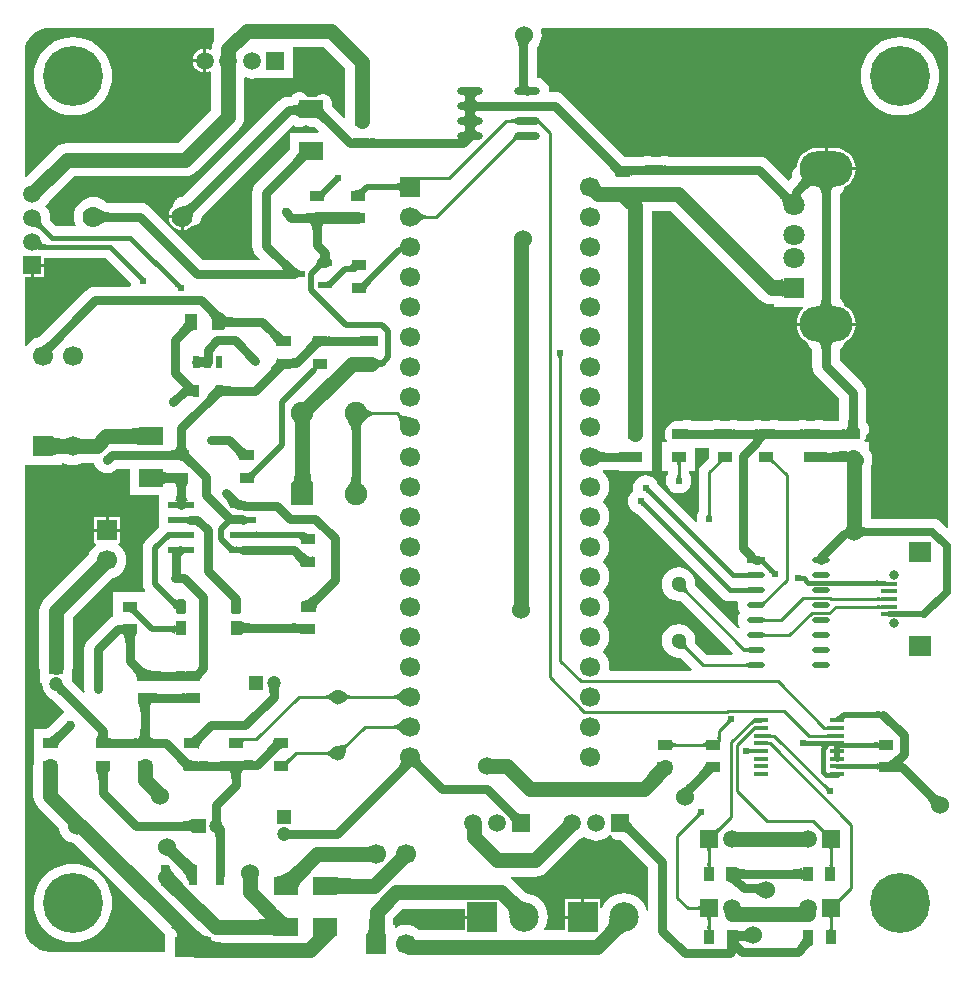
<source format=gtl>
G04*
G04 #@! TF.GenerationSoftware,Altium Limited,Altium Designer,19.0.4 (130)*
G04*
G04 Layer_Physical_Order=1*
G04 Layer_Color=255*
%FSLAX25Y25*%
%MOIN*%
G70*
G01*
G75*
%ADD10C,0.01000*%
%ADD11C,0.02000*%
%ADD21R,0.07874X0.05906*%
%ADD22R,0.05000X0.03500*%
%ADD23R,0.04724X0.01968*%
%ADD24R,0.04000X0.05500*%
%ADD25R,0.01968X0.03937*%
%ADD26R,0.08661X0.02362*%
%ADD27R,0.08661X0.02362*%
%ADD28R,0.02953X0.06693*%
%ADD29R,0.12205X0.06693*%
%ADD30R,0.03500X0.05000*%
G04:AMPARAMS|DCode=31|XSize=50mil|YSize=35mil|CornerRadius=0mil|HoleSize=0mil|Usage=FLASHONLY|Rotation=90.000|XOffset=0mil|YOffset=0mil|HoleType=Round|Shape=Octagon|*
%AMOCTAGOND31*
4,1,8,0.00875,0.02500,-0.00875,0.02500,-0.01750,0.01625,-0.01750,-0.01625,-0.00875,-0.02500,0.00875,-0.02500,0.01750,-0.01625,0.01750,0.01625,0.00875,0.02500,0.0*
%
%ADD31OCTAGOND31*%

%ADD32O,0.05906X0.01968*%
%ADD33R,0.05906X0.01968*%
%ADD34R,0.05512X0.01575*%
%ADD35R,0.07480X0.07087*%
%ADD36O,0.08661X0.02362*%
%ADD37R,0.04528X0.01181*%
%ADD77C,0.03000*%
%ADD78C,0.01500*%
%ADD79C,0.05000*%
%ADD80C,0.04000*%
%ADD81C,0.02500*%
%ADD82C,0.20000*%
%ADD83C,0.06693*%
%ADD84R,0.06693X0.06693*%
%ADD85C,0.05906*%
%ADD86R,0.05906X0.05906*%
%ADD87R,0.07480X0.07480*%
%ADD88C,0.07480*%
%ADD89C,0.04724*%
%ADD90R,0.04724X0.04724*%
%ADD91R,0.04724X0.04724*%
%ADD92R,0.06693X0.06693*%
%ADD93C,0.09843*%
%ADD94R,0.09843X0.09843*%
%ADD95O,0.17717X0.11811*%
%ADD96R,0.07087X0.07087*%
%ADD97C,0.07087*%
%ADD98R,0.05906X0.05906*%
%ADD99C,0.07000*%
%ADD100C,0.05118*%
%ADD101C,0.02400*%
%ADD102C,0.06000*%
%ADD103C,0.03000*%
%ADD104C,0.03150*%
G36*
X171844Y306723D02*
X171720Y306600D01*
X171609Y306455D01*
X171511Y306288D01*
X171426Y306099D01*
X171354Y305887D01*
X171296Y305653D01*
X171250Y305397D01*
X171217Y305119D01*
X171191Y304497D01*
X168191Y304727D01*
X168186Y305051D01*
X168143Y305634D01*
X168105Y305893D01*
X168057Y306131D01*
X167997Y306348D01*
X167927Y306543D01*
X167847Y306717D01*
X167755Y306870D01*
X167653Y307001D01*
X171844Y306723D01*
D02*
G37*
G36*
X11811Y311430D02*
X66494D01*
Y306964D01*
X66016Y305810D01*
X65827Y304374D01*
Y304273D01*
X65326Y304022D01*
X64532Y304351D01*
X64000Y304421D01*
Y300500D01*
Y296579D01*
X64532Y296649D01*
X65153Y296906D01*
X65653Y296572D01*
Y283999D01*
X54702Y273047D01*
X17606D01*
X17606Y273047D01*
X16171Y272858D01*
X14833Y272304D01*
X13684Y271423D01*
X13684Y271423D01*
X4030Y261769D01*
X3530Y261976D01*
Y303150D01*
X3519Y303237D01*
X3669Y304769D01*
X4142Y306326D01*
X4909Y307761D01*
X5941Y309019D01*
X7199Y310052D01*
X8634Y310819D01*
X10192Y311291D01*
X11723Y311442D01*
X11811Y311430D01*
D02*
G37*
G36*
X110452Y297702D02*
Y281620D01*
X109991Y281428D01*
X106718Y284701D01*
X106708Y284711D01*
X106319Y285151D01*
X106025Y285522D01*
X105876Y285737D01*
X105887Y285869D01*
X105927Y286047D01*
X105918Y286261D01*
X105935Y286473D01*
X105902Y286653D01*
X105894Y286836D01*
X105830Y287040D01*
X105792Y287250D01*
X105713Y287416D01*
X105658Y287590D01*
X105544Y287771D01*
X105452Y287963D01*
X105333Y288103D01*
X105235Y288258D01*
X105078Y288402D01*
X104940Y288564D01*
X104789Y288668D01*
X104654Y288792D01*
X104465Y288891D01*
X104289Y289013D01*
X104116Y289074D01*
X103954Y289159D01*
X103746Y289205D01*
X103545Y289277D01*
X103362Y289291D01*
X103183Y289331D01*
X102970Y289323D01*
X102757Y289339D01*
X102577Y289306D01*
X102394Y289299D01*
X102190Y289235D01*
X101980Y289196D01*
X101815Y289118D01*
X101640Y289063D01*
X101460Y288948D01*
X101267Y288857D01*
X101128Y288738D01*
X100973Y288640D01*
X100880Y288539D01*
X97676D01*
X97551Y288701D01*
X97427Y288904D01*
X97312Y289013D01*
X97215Y289140D01*
X97026Y289284D01*
X96854Y289448D01*
X96714Y289524D01*
X96588Y289620D01*
X96368Y289711D01*
X96160Y289825D01*
X96005Y289862D01*
X95858Y289923D01*
X95623Y289954D01*
X95392Y290009D01*
X95233Y290005D01*
X95075Y290026D01*
X94840Y289995D01*
X94602Y289989D01*
X94450Y289944D01*
X94292Y289923D01*
X94072Y289832D01*
X93845Y289764D01*
X93709Y289681D01*
X93562Y289620D01*
X93374Y289476D01*
X93171Y289352D01*
X93062Y289236D01*
X92935Y289140D01*
X92791Y288951D01*
X92627Y288779D01*
X92551Y288639D01*
X92474Y288539D01*
X91500D01*
X90325Y288384D01*
X89231Y287931D01*
X88291Y287209D01*
X56320Y255239D01*
X56261Y255189D01*
X56160Y255114D01*
X56083Y255065D01*
X56030Y255036D01*
X56009Y255027D01*
X55916Y255023D01*
X55585Y254966D01*
X55252Y254923D01*
X55197Y254900D01*
X55138Y254890D01*
X54833Y254749D01*
X54522Y254620D01*
X54475Y254584D01*
X54420Y254559D01*
X54162Y254344D01*
X53895Y254139D01*
X53859Y254092D01*
X53813Y254054D01*
X53619Y253780D01*
X53414Y253513D01*
X53392Y253457D01*
X53357Y253409D01*
X53241Y253094D01*
X53112Y252783D01*
X53104Y252724D01*
X53084Y252668D01*
X53053Y252333D01*
X53009Y252000D01*
X53017Y251941D01*
X53016Y251935D01*
X52791Y251709D01*
X52069Y250769D01*
X51616Y249675D01*
X51527Y249000D01*
X56000D01*
Y248500D01*
X56500D01*
Y244027D01*
X57175Y244116D01*
X58269Y244569D01*
X59209Y245291D01*
X59435Y245516D01*
X59441Y245517D01*
X59500Y245509D01*
X59833Y245553D01*
X60168Y245584D01*
X60224Y245604D01*
X60283Y245612D01*
X60593Y245741D01*
X60909Y245857D01*
X60958Y245892D01*
X61013Y245915D01*
X61279Y246119D01*
X61554Y246313D01*
X61592Y246359D01*
X61639Y246395D01*
X61844Y246662D01*
X62059Y246920D01*
X62084Y246975D01*
X62120Y247022D01*
X62249Y247333D01*
X62390Y247638D01*
X62400Y247697D01*
X62423Y247752D01*
X62467Y248085D01*
X62523Y248416D01*
X62527Y248509D01*
X62536Y248530D01*
X62565Y248583D01*
X62614Y248660D01*
X62689Y248761D01*
X62739Y248820D01*
X93039Y279120D01*
X93098Y279075D01*
X93243Y278930D01*
X93410Y278835D01*
X93562Y278718D01*
X93751Y278640D01*
X93929Y278538D01*
X94115Y278489D01*
X94292Y278416D01*
X94495Y278389D01*
X94693Y278337D01*
X94885Y278338D01*
X95075Y278313D01*
X95278Y278340D01*
X95483Y278341D01*
X95668Y278391D01*
X95858Y278416D01*
X96047Y278494D01*
X96245Y278548D01*
X96411Y278645D01*
X96588Y278718D01*
X96750Y278843D01*
X96927Y278946D01*
X97254Y279173D01*
X97630Y278919D01*
X97677Y278876D01*
X97806Y278809D01*
X97921Y278722D01*
X98154Y278626D01*
X98377Y278510D01*
X98519Y278478D01*
X98652Y278424D01*
X98902Y278392D01*
X99148Y278337D01*
X99293Y278343D01*
X99436Y278325D01*
X99686Y278359D01*
X99937Y278370D01*
X100042Y278402D01*
X100976Y277605D01*
X101666Y276915D01*
X101475Y276453D01*
X92063D01*
Y271907D01*
X92049Y271802D01*
X92063Y271696D01*
Y271104D01*
X91303Y270206D01*
X80791Y259694D01*
X80069Y258754D01*
X79616Y257659D01*
X79461Y256484D01*
Y238776D01*
X79616Y237601D01*
X80069Y236507D01*
X80791Y235567D01*
X81908Y234450D01*
X81716Y233988D01*
X62931D01*
X45209Y251709D01*
X44269Y252431D01*
X43175Y252884D01*
X42000Y253039D01*
X31463D01*
X31386Y253045D01*
X31263Y253064D01*
X31173Y253083D01*
X31115Y253101D01*
X31101Y253106D01*
X31091Y253118D01*
X31028Y253170D01*
X31026Y253172D01*
X31024Y253173D01*
X30101Y253931D01*
X28972Y254534D01*
X27747Y254906D01*
X26472Y255031D01*
X25198Y254906D01*
X23973Y254534D01*
X22844Y253931D01*
X21854Y253118D01*
X21042Y252129D01*
X20438Y250999D01*
X20066Y249774D01*
X19941Y248500D01*
X20066Y247226D01*
X20438Y246001D01*
X20593Y245711D01*
X20336Y245282D01*
X14086D01*
X12035Y247334D01*
X12029Y247356D01*
X12011Y247451D01*
X11994Y247584D01*
X11982Y247755D01*
X11979Y247992D01*
X11982Y248020D01*
X11867Y249187D01*
X11526Y250309D01*
X10973Y251343D01*
X10470Y251957D01*
X10973Y252571D01*
X11492Y253540D01*
X19904Y261952D01*
X57000D01*
X58436Y262142D01*
X59774Y262696D01*
X60923Y263577D01*
X75123Y277778D01*
X76005Y278927D01*
X76559Y280265D01*
X76748Y281701D01*
Y294549D01*
X77248Y294886D01*
X78081Y294633D01*
X79248Y294518D01*
X80415Y294633D01*
X80868Y294771D01*
X81169Y294547D01*
Y294547D01*
X93075D01*
Y304953D01*
X103202D01*
X110452Y297702D01*
D02*
G37*
G36*
X153560Y289333D02*
X155051D01*
X154766Y289303D01*
X154511Y289212D01*
X154286Y289062D01*
X154091Y288851D01*
X153926Y288580D01*
X153791Y288248D01*
X153725Y288000D01*
X153791Y287752D01*
X153926Y287420D01*
X154091Y287149D01*
X154286Y286938D01*
X154511Y286788D01*
X154766Y286697D01*
X155051Y286667D01*
X153560D01*
X153551Y286321D01*
X150551D01*
X150542Y286667D01*
X149051D01*
X149336Y286697D01*
X149591Y286788D01*
X149816Y286938D01*
X150011Y287149D01*
X150176Y287420D01*
X150311Y287752D01*
X150378Y288000D01*
X150311Y288248D01*
X150176Y288580D01*
X150011Y288851D01*
X149816Y289062D01*
X149591Y289212D01*
X149336Y289303D01*
X149051Y289333D01*
X150542D01*
X150551Y289679D01*
X153551D01*
X153560Y289333D01*
D02*
G37*
G36*
X95075Y281339D02*
X95045Y281559D01*
X94955Y281757D01*
X94805Y281931D01*
X94595Y282082D01*
X94325Y282210D01*
X93995Y282314D01*
X93605Y282396D01*
X93155Y282453D01*
X92645Y282488D01*
X92075Y282500D01*
Y285500D01*
X92645Y285515D01*
X93155Y285560D01*
X93605Y285635D01*
X93995Y285740D01*
X94325Y285875D01*
X94595Y286040D01*
X94805Y286235D01*
X94955Y286460D01*
X95045Y286715D01*
X95075Y287000D01*
Y281339D01*
D02*
G37*
G36*
X153560Y284333D02*
X155051D01*
X154766Y284303D01*
X154511Y284212D01*
X154286Y284062D01*
X154091Y283851D01*
X153926Y283580D01*
X153791Y283248D01*
X153725Y283000D01*
X153791Y282751D01*
X153926Y282420D01*
X154091Y282149D01*
X154286Y281938D01*
X154511Y281788D01*
X154766Y281697D01*
X155051Y281667D01*
X153560D01*
X153551Y281321D01*
X150551D01*
X150542Y281667D01*
X149051D01*
X149336Y281697D01*
X149591Y281788D01*
X149816Y281938D01*
X150011Y282149D01*
X150176Y282420D01*
X150311Y282751D01*
X150378Y283000D01*
X150311Y283248D01*
X150176Y283580D01*
X150011Y283851D01*
X149816Y284062D01*
X149591Y284212D01*
X149336Y284303D01*
X149051Y284333D01*
X150542D01*
X150551Y284679D01*
X153551D01*
X153560Y284333D01*
D02*
G37*
G36*
X167189Y279509D02*
X167175Y279603D01*
X167131Y279686D01*
X167059Y279760D01*
X166957Y279823D01*
X166827Y279877D01*
X166668Y279922D01*
X166480Y279956D01*
X166262Y279980D01*
X166016Y279995D01*
X165741Y280000D01*
Y281000D01*
X166016Y281005D01*
X166480Y281044D01*
X166668Y281079D01*
X166827Y281123D01*
X166957Y281177D01*
X167059Y281240D01*
X167131Y281314D01*
X167175Y281397D01*
X167189Y281490D01*
Y279509D01*
D02*
G37*
G36*
X102778Y286052D02*
X102720Y285752D01*
X102739Y285416D01*
X102836Y285045D01*
X103011Y284638D01*
X103263Y284196D01*
X103593Y283719D01*
X104000Y283206D01*
X104484Y282658D01*
X105046Y282075D01*
X103661Y279217D01*
X103012Y279846D01*
X101863Y280825D01*
X101364Y281177D01*
X100915Y281436D01*
X100516Y281604D01*
X100166Y281679D01*
X99867Y281662D01*
X99618Y281552D01*
X99419Y281351D01*
X102913Y286318D01*
X102778Y286052D01*
D02*
G37*
G36*
X175254Y280725D02*
X175283Y280639D01*
X175325Y280546D01*
X175380Y280448D01*
X175448Y280343D01*
X175528Y280233D01*
X175727Y279994D01*
X175977Y279731D01*
X175467Y278826D01*
X175285Y279001D01*
X174962Y279268D01*
X174820Y279362D01*
X174691Y279428D01*
X174575Y279467D01*
X174473Y279479D01*
X174383Y279464D01*
X174307Y279421D01*
X174244Y279352D01*
X175237Y280805D01*
X175254Y280725D01*
D02*
G37*
G36*
X153560Y279333D02*
X155051D01*
X154766Y279303D01*
X154511Y279212D01*
X154286Y279062D01*
X154091Y278851D01*
X153926Y278580D01*
X153791Y278249D01*
X153725Y278000D01*
X153791Y277751D01*
X153926Y277420D01*
X154091Y277149D01*
X154286Y276938D01*
X154511Y276788D01*
X154766Y276697D01*
X155051Y276667D01*
X153560D01*
X153551Y276321D01*
X150551D01*
X150542Y276667D01*
X149051D01*
X149336Y276697D01*
X149591Y276788D01*
X149816Y276938D01*
X150011Y277149D01*
X150176Y277420D01*
X150311Y277751D01*
X150378Y278000D01*
X150311Y278249D01*
X150176Y278580D01*
X150011Y278851D01*
X149816Y279062D01*
X149591Y279212D01*
X149336Y279303D01*
X149051Y279333D01*
X150542D01*
X150551Y279679D01*
X153551D01*
X153560Y279333D01*
D02*
G37*
G36*
X168034Y274333D02*
X167960Y274391D01*
X167872Y274421D01*
X167772Y274425D01*
X167658Y274401D01*
X167531Y274351D01*
X167390Y274273D01*
X167237Y274168D01*
X167070Y274036D01*
X166890Y273877D01*
X166697Y273691D01*
X165990Y274398D01*
X166180Y274595D01*
X166478Y274948D01*
X166586Y275105D01*
X166667Y275249D01*
X166721Y275379D01*
X166749Y275496D01*
X166749Y275601D01*
X166722Y275691D01*
X166668Y275769D01*
X168034Y274333D01*
D02*
G37*
G36*
X153474D02*
X153366Y274313D01*
X153224Y274251D01*
X153048Y274146D01*
X152838Y273997D01*
X152318Y273570D01*
X151662Y272971D01*
X150872Y272200D01*
X148510Y274080D01*
X148575Y274150D01*
X148622Y274212D01*
X148653Y274267D01*
X148667Y274315D01*
X148664Y274356D01*
X148645Y274390D01*
X148608Y274417D01*
X148555Y274437D01*
X148485Y274450D01*
X148398Y274456D01*
X153474Y274333D01*
D02*
G37*
G36*
X113524Y271488D02*
X113509Y271494D01*
X113462Y271499D01*
X113385Y271504D01*
X111980Y271520D01*
Y274520D01*
X113524Y274551D01*
Y271488D01*
D02*
G37*
G36*
X118518Y274712D02*
X118608Y274672D01*
X118758Y274636D01*
X118968Y274605D01*
X119568Y274558D01*
X120918Y274522D01*
X121488Y274520D01*
Y271520D01*
X120918Y271517D01*
X118608Y271367D01*
X118518Y271327D01*
X118488Y271282D01*
Y274758D01*
X118518Y274712D01*
D02*
G37*
G36*
X99318Y267559D02*
X99084Y267729D01*
X98808Y267814D01*
X98490D01*
X98130Y267729D01*
X97727Y267559D01*
X97281Y267305D01*
X96793Y266965D01*
X96263Y266541D01*
X95075Y265438D01*
X92954Y267559D01*
X93548Y268174D01*
X94481Y269278D01*
X94820Y269765D01*
X95075Y270211D01*
X95245Y270614D01*
X95330Y270975D01*
Y271293D01*
X95245Y271569D01*
X95075Y271802D01*
X99318Y267559D01*
D02*
G37*
G36*
X216518Y265693D02*
X216608Y265652D01*
X216758Y265617D01*
X216968Y265586D01*
X217568Y265538D01*
X218918Y265502D01*
X219488Y265500D01*
Y262500D01*
X218918Y262498D01*
X216608Y262348D01*
X216518Y262307D01*
X216488Y262262D01*
Y265738D01*
X216518Y265693D01*
D02*
G37*
G36*
X211512Y262262D02*
X211482Y262307D01*
X211392Y262348D01*
X211242Y262383D01*
X211032Y262414D01*
X210432Y262462D01*
X209082Y262498D01*
X208512Y262500D01*
Y265500D01*
X209082Y265502D01*
X211392Y265652D01*
X211482Y265693D01*
X211512Y265738D01*
Y262262D01*
D02*
G37*
G36*
X208488Y262500D02*
X207918Y262492D01*
X206568Y262379D01*
X206238Y262311D01*
X205968Y262227D01*
X205758Y262129D01*
X205608Y262015D01*
X205518Y261886D01*
X205488Y261742D01*
Y265218D01*
X205518Y265272D01*
X205608Y265320D01*
X205758Y265362D01*
X205968Y265399D01*
X206238Y265430D01*
X207408Y265489D01*
X208488Y265500D01*
Y262500D01*
D02*
G37*
G36*
X201109Y266764D02*
X202188Y265853D01*
X202670Y265519D01*
X203113Y265266D01*
X203518Y265093D01*
X203885Y265000D01*
X204213Y264988D01*
X204503Y265057D01*
X204755Y265206D01*
X200512Y261742D01*
X200491Y262021D01*
X200427Y262315D01*
X200321Y262624D01*
X200173Y262949D01*
X199982Y263289D01*
X199748Y263644D01*
X199473Y264015D01*
X198794Y264802D01*
X198391Y265218D01*
X200512Y267340D01*
X201109Y266764D01*
D02*
G37*
G36*
X136334Y260846D02*
X136143Y260841D01*
X135971Y260826D01*
X135820Y260802D01*
X135689Y260766D01*
X135577Y260721D01*
X135486Y260666D01*
X135415Y260601D01*
X135364Y260526D01*
X135333Y260441D01*
X135322Y260347D01*
X135334Y261835D01*
X136334Y261846D01*
Y260846D01*
D02*
G37*
G36*
X266955Y258589D02*
X266705Y258740D01*
X266426Y258821D01*
X266120Y258831D01*
X265785Y258770D01*
X265422Y258639D01*
X265031Y258438D01*
X264611Y258166D01*
X264163Y257824D01*
X263687Y257411D01*
X263183Y256928D01*
X260828Y258815D01*
X261305Y259314D01*
X262035Y260213D01*
X262287Y260613D01*
X262465Y260981D01*
X262566Y261315D01*
X262593Y261617D01*
X262545Y261886D01*
X262421Y262122D01*
X262222Y262325D01*
X266955Y258589D01*
D02*
G37*
G36*
X134380Y260173D02*
X134118Y259908D01*
X133124Y258773D01*
X133055Y258660D01*
X133014Y258569D01*
X133000Y258499D01*
X131999Y259500D01*
X132069Y259514D01*
X132160Y259555D01*
X132273Y259624D01*
X132408Y259721D01*
X132743Y259997D01*
X133408Y260618D01*
X133673Y260880D01*
X134380Y260173D01*
D02*
G37*
G36*
X118207Y257793D02*
X117845Y257420D01*
X117280Y256767D01*
X117077Y256487D01*
X116927Y256239D01*
X116831Y256021D01*
X116787Y255835D01*
X116797Y255680D01*
X116860Y255557D01*
X116976Y255464D01*
X113714Y257226D01*
X113867Y257171D01*
X114043Y257160D01*
X114241Y257193D01*
X114460Y257269D01*
X114701Y257390D01*
X114965Y257555D01*
X115250Y257763D01*
X115557Y258016D01*
X116238Y258652D01*
X118207Y257793D01*
D02*
G37*
G36*
X104902Y256988D02*
X104516Y256588D01*
X103907Y255866D01*
X103683Y255544D01*
X103513Y255248D01*
X103398Y254978D01*
X103336Y254735D01*
X103329Y254517D01*
X103375Y254325D01*
X103476Y254160D01*
X100910Y257226D01*
X101053Y257103D01*
X101227Y257039D01*
X101433Y257034D01*
X101669Y257088D01*
X101936Y257201D01*
X102234Y257373D01*
X102564Y257604D01*
X102924Y257894D01*
X103738Y258652D01*
X104902Y256988D01*
D02*
G37*
G36*
X128677Y256500D02*
X128657Y256690D01*
X128597Y256860D01*
X128497Y257010D01*
X128356Y257140D01*
X128174Y257250D01*
X127953Y257340D01*
X127692Y257410D01*
X127390Y257460D01*
X127048Y257490D01*
X126666Y257500D01*
Y259500D01*
X127048Y259510D01*
X127390Y259540D01*
X127692Y259590D01*
X127953Y259660D01*
X128174Y259750D01*
X128356Y259860D01*
X128497Y259990D01*
X128597Y260140D01*
X128657Y260310D01*
X128677Y260500D01*
Y256500D01*
D02*
G37*
G36*
X273383Y258503D02*
X273129Y258412D01*
X272904Y258262D01*
X272709Y258051D01*
X272544Y257779D01*
X272409Y257447D01*
X272304Y257055D01*
X272229Y256603D01*
X272184Y256090D01*
X272169Y255517D01*
X269169D01*
X269154Y256090D01*
X269109Y256603D01*
X269034Y257055D01*
X268929Y257447D01*
X268794Y257779D01*
X268630Y258051D01*
X268435Y258262D01*
X268210Y258412D01*
X267955Y258503D01*
X267670Y258533D01*
X273668D01*
X273383Y258503D01*
D02*
G37*
G36*
X257549Y256929D02*
X257812Y256707D01*
X258076Y256512D01*
X258342Y256344D01*
X258609Y256202D01*
X258877Y256086D01*
X259147Y255996D01*
X259418Y255933D01*
X259691Y255896D01*
X259965Y255886D01*
X256457Y252378D01*
X256447Y252652D01*
X256410Y252924D01*
X256347Y253195D01*
X256257Y253465D01*
X256141Y253734D01*
X255999Y254001D01*
X255830Y254266D01*
X255635Y254531D01*
X255414Y254794D01*
X255166Y255055D01*
X257288Y257176D01*
X257549Y256929D01*
D02*
G37*
G36*
X205521Y257574D02*
X205619Y257358D01*
X205783Y257091D01*
X206013Y256771D01*
X206669Y255977D01*
X208145Y254398D01*
X208768Y253768D01*
X205232Y250232D01*
X204460Y250998D01*
X200922Y254101D01*
X200683Y254222D01*
X200512Y254262D01*
X205488Y257738D01*
X205521Y257574D01*
D02*
G37*
G36*
X60782Y251160D02*
X60536Y250901D01*
X60316Y250641D01*
X60122Y250380D01*
X59955Y250119D01*
X59814Y249856D01*
X59698Y249594D01*
X59610Y249330D01*
X59547Y249066D01*
X59510Y248801D01*
X59500Y248535D01*
X56035Y252000D01*
X56301Y252010D01*
X56566Y252047D01*
X56830Y252110D01*
X57094Y252199D01*
X57356Y252314D01*
X57619Y252455D01*
X57880Y252622D01*
X58141Y252816D01*
X58401Y253036D01*
X58660Y253282D01*
X60782Y251160D01*
D02*
G37*
G36*
X134744Y250492D02*
X135412Y249903D01*
X135725Y249663D01*
X136025Y249461D01*
X136310Y249295D01*
X136583Y249166D01*
X136841Y249074D01*
X137086Y249018D01*
X137317Y249000D01*
Y248000D01*
X137086Y247982D01*
X136841Y247926D01*
X136583Y247834D01*
X136310Y247705D01*
X136025Y247539D01*
X135725Y247337D01*
X135412Y247097D01*
X134744Y246508D01*
X134390Y246158D01*
Y250842D01*
X134744Y250492D01*
D02*
G37*
G36*
X29167Y250769D02*
X29380Y250608D01*
X29612Y250465D01*
X29861Y250342D01*
X30128Y250237D01*
X30413Y250152D01*
X30717Y250085D01*
X31038Y250038D01*
X31377Y250009D01*
X31735Y250000D01*
Y247000D01*
X31377Y246990D01*
X31038Y246962D01*
X30717Y246915D01*
X30413Y246848D01*
X30128Y246762D01*
X29861Y246658D01*
X29612Y246534D01*
X29380Y246392D01*
X29167Y246231D01*
X28972Y246050D01*
Y250950D01*
X29167Y250769D01*
D02*
G37*
G36*
X8958Y247631D02*
X8981Y247292D01*
X9021Y246972D01*
X9080Y246671D01*
X9156Y246390D01*
X9250Y246129D01*
X9361Y245887D01*
X9491Y245664D01*
X9638Y245461D01*
X9803Y245278D01*
X8742Y244217D01*
X8558Y244382D01*
X8355Y244529D01*
X8133Y244658D01*
X7891Y244770D01*
X7630Y244864D01*
X7349Y244940D01*
X7048Y244998D01*
X6728Y245039D01*
X6389Y245062D01*
X6030Y245067D01*
X8953Y247990D01*
X8958Y247631D01*
D02*
G37*
G36*
X98512Y246282D02*
X103488D01*
X103300Y246252D01*
X103132Y246162D01*
X102984Y246012D01*
X102856Y245802D01*
X102747Y245532D01*
X102658Y245202D01*
X102589Y244812D01*
X102540Y244362D01*
X102500Y243282D01*
X99500D01*
X99490Y243852D01*
X99411Y244812D01*
X99342Y245202D01*
X99253Y245532D01*
X99144Y245802D01*
X99016Y246012D01*
X98868Y246162D01*
X98700Y246252D01*
X98512Y246282D01*
X98482Y246327D01*
X98392Y246367D01*
X98242Y246403D01*
X98032Y246434D01*
X97432Y246482D01*
X96082Y246517D01*
X95512Y246520D01*
Y249520D01*
X96082Y249522D01*
X98392Y249672D01*
X98482Y249712D01*
X98512Y249758D01*
Y246282D01*
D02*
G37*
G36*
X8968Y240414D02*
X9056Y240169D01*
X9167Y239954D01*
X9301Y239767D01*
X9457Y239609D01*
X9637Y239480D01*
X9840Y239379D01*
X10065Y239307D01*
X10314Y239264D01*
X10585Y239250D01*
X10223Y237750D01*
X9858Y237745D01*
X8449Y237638D01*
X8109Y237589D01*
X7120Y237388D01*
X6800Y237303D01*
X8903Y240687D01*
X8968Y240414D01*
D02*
G37*
G36*
X129096Y238118D02*
X129194Y238075D01*
X129318Y238036D01*
X129468Y238003D01*
X129643Y237975D01*
X130073Y237934D01*
X130605Y237913D01*
X130911Y237911D01*
Y236911D01*
X130605Y236908D01*
X129643Y236847D01*
X129468Y236818D01*
X129318Y236785D01*
X129194Y236747D01*
X129096Y236703D01*
X129024Y236654D01*
Y236911D01*
X128369D01*
Y237911D01*
X128701Y237940D01*
X129024Y237002D01*
Y238167D01*
X129096Y238118D01*
D02*
G37*
G36*
X105008Y236053D02*
X105076Y235301D01*
X105134Y234996D01*
X105210Y234737D01*
X105302Y234525D01*
X105411Y234361D01*
X105537Y234243D01*
X105679Y234173D01*
X105839Y234149D01*
X101171D01*
X104545Y232229D01*
X104356Y232306D01*
X104146Y232334D01*
X103915Y232314D01*
X103664Y232245D01*
X103391Y232126D01*
X103098Y231959D01*
X102784Y231744D01*
X102449Y231479D01*
X102229Y231285D01*
X100484Y229570D01*
X99070Y230984D01*
X100182Y232142D01*
X100457Y232470D01*
X100641Y232731D01*
X100796Y232985D01*
X100924Y233233D01*
X101023Y233474D01*
X101093Y233710D01*
X101136Y233939D01*
X101150Y234161D01*
X101169Y234150D01*
X101321Y234173D01*
X101463Y234243D01*
X101589Y234361D01*
X101698Y234525D01*
X101790Y234737D01*
X101866Y234996D01*
X101925Y235301D01*
X101966Y235654D01*
X101992Y236053D01*
X102000Y236500D01*
X105000D01*
X105008Y236053D01*
D02*
G37*
G36*
X115354Y231918D02*
X115250Y231810D01*
X115070Y231596D01*
X114995Y231491D01*
X114928Y231387D01*
X114872Y231284D01*
X114825Y231182D01*
X114787Y231081D01*
X114759Y230981D01*
X114740Y230882D01*
X113610Y232012D01*
X113709Y232031D01*
X113809Y232059D01*
X113910Y232096D01*
X114012Y232143D01*
X114116Y232200D01*
X114220Y232266D01*
X114325Y232342D01*
X114538Y232521D01*
X114646Y232625D01*
X115354Y231918D01*
D02*
G37*
G36*
X112512Y230534D02*
X110512Y230022D01*
Y232022D01*
X110893Y232032D01*
X111235Y232062D01*
X111536Y232112D01*
X111797Y232182D01*
X112019Y232272D01*
X112200Y232382D01*
X112341Y232512D01*
X112442Y232662D01*
X112503Y232832D01*
X112524Y233022D01*
X112512Y230534D01*
D02*
G37*
G36*
X92037Y232881D02*
X93382Y231706D01*
X93983Y231252D01*
X94537Y230888D01*
X95043Y230613D01*
X95503Y230428D01*
X95915Y230332D01*
X96280Y230326D01*
X96598Y230409D01*
X92150Y228477D01*
X92120Y228512D01*
X92031Y228606D01*
X89173Y231482D01*
X91294Y233603D01*
X92037Y232881D01*
D02*
G37*
G36*
X43342Y228150D02*
X41857Y227365D01*
X41862Y227401D01*
X41856Y227444D01*
X41839Y227494D01*
X41811Y227551D01*
X41771Y227614D01*
X41721Y227683D01*
X41587Y227843D01*
X41410Y228030D01*
X42938Y228623D01*
X43342Y228150D01*
D02*
G37*
G36*
X107264Y226681D02*
X106996Y226407D01*
X106204Y225488D01*
X106077Y225302D01*
X105977Y225134D01*
X105907Y224984D01*
X105864Y224851D01*
X105850Y224736D01*
X104267Y225818D01*
Y224917D01*
X104191Y224972D01*
X104115Y225022D01*
X104039Y225066D01*
X103963Y225104D01*
X103886Y225136D01*
X103809Y225162D01*
X103732Y225182D01*
X103655Y225197D01*
X103578Y225206D01*
X103500Y225209D01*
Y226209D01*
X103578Y226212D01*
X103655Y226220D01*
X103673Y226224D01*
X103022Y226669D01*
X103200Y226581D01*
X103402Y226544D01*
X103626Y226558D01*
X103874Y226624D01*
X104145Y226741D01*
X104440Y226909D01*
X104758Y227129D01*
X105098Y227399D01*
X105463Y227722D01*
X105850Y228095D01*
X107264Y226681D01*
D02*
G37*
G36*
X118902Y226529D02*
X118505Y226118D01*
X117880Y225381D01*
X117653Y225056D01*
X117482Y224759D01*
X117368Y224490D01*
X117310Y224250D01*
X117309Y224038D01*
X117364Y223855D01*
X117476Y223701D01*
X114660Y226517D01*
X114814Y226405D01*
X114997Y226350D01*
X115209Y226351D01*
X115449Y226409D01*
X115717Y226523D01*
X116014Y226694D01*
X116340Y226922D01*
X116694Y227206D01*
X117488Y227943D01*
X118902Y226529D01*
D02*
G37*
G36*
X38857Y226294D02*
X38908Y225904D01*
X39039Y225587D01*
X38762Y225171D01*
X27132D01*
X27132Y225171D01*
X25957Y225016D01*
X24862Y224563D01*
X23923Y223841D01*
X23922Y223841D01*
X8705Y208624D01*
X8687Y208608D01*
X8368Y208355D01*
X8296Y208306D01*
X8220Y208260D01*
X8172Y208235D01*
X8162Y208231D01*
X8083Y208211D01*
X7988Y208173D01*
X7060Y207892D01*
X5957Y207302D01*
X4991Y206509D01*
X4198Y205543D01*
X4030Y205230D01*
X3530Y205355D01*
Y228319D01*
X5500D01*
Y232272D01*
X6000D01*
Y232772D01*
X9953D01*
Y234718D01*
X30433D01*
X38857Y226294D01*
D02*
G37*
G36*
X54956Y226390D02*
X55327Y226063D01*
X55378Y226028D01*
X55423Y226003D01*
X55459Y225988D01*
X55488Y225983D01*
X54300Y224796D01*
X54295Y224824D01*
X54280Y224861D01*
X54255Y224905D01*
X54220Y224957D01*
X54175Y225016D01*
X54055Y225157D01*
X53798Y225425D01*
X54859Y226485D01*
X54956Y226390D01*
D02*
G37*
G36*
X256469Y221252D02*
X256429Y221448D01*
X256310Y221623D01*
X256112Y221778D01*
X255835Y221912D01*
X255479Y222026D01*
X255043Y222118D01*
X254528Y222191D01*
X253934Y222242D01*
X252508Y222284D01*
Y227284D01*
X253260Y227294D01*
X255043Y227449D01*
X255479Y227541D01*
X255835Y227655D01*
X256112Y227789D01*
X256310Y227943D01*
X256429Y228119D01*
X256469Y228315D01*
Y221252D01*
D02*
G37*
G36*
X272184Y221036D02*
X272229Y220523D01*
X272304Y220071D01*
X272409Y219678D01*
X272544Y219347D01*
X272709Y219075D01*
X272904Y218864D01*
X273129Y218713D01*
X273383Y218623D01*
X273668Y218593D01*
X267670D01*
X267955Y218623D01*
X268210Y218713D01*
X268435Y218864D01*
X268630Y219075D01*
X268794Y219347D01*
X268929Y219678D01*
X269034Y220071D01*
X269109Y220523D01*
X269154Y221036D01*
X269169Y221609D01*
X272169D01*
X272184Y221036D01*
D02*
G37*
G36*
X304769Y311291D02*
X306326Y310819D01*
X307761Y310052D01*
X309019Y309019D01*
X310052Y307761D01*
X310819Y306326D01*
X311291Y304769D01*
X311442Y303237D01*
X311430Y303150D01*
Y144844D01*
X310968Y144653D01*
X309090Y146531D01*
X308203Y147212D01*
X307169Y147641D01*
X306059Y147787D01*
X286121D01*
X285547Y147806D01*
Y165333D01*
X285858Y166084D01*
X286048Y167520D01*
X285858Y168956D01*
X285304Y170293D01*
X285000Y170690D01*
Y173270D01*
X283707D01*
X283503Y173610D01*
X283447Y173770D01*
X283884Y174825D01*
X283970Y175477D01*
X284128Y175598D01*
X284223Y175723D01*
X284337Y175830D01*
X284462Y176035D01*
X284609Y176225D01*
X284668Y176370D01*
X284751Y176503D01*
X284819Y176733D01*
X284911Y176955D01*
X284931Y177110D01*
X284976Y177260D01*
X284983Y177500D01*
X285014Y177738D01*
X284993Y177893D01*
X284998Y178050D01*
X284942Y178283D01*
X284911Y178521D01*
X284851Y178666D01*
X284814Y178818D01*
X284700Y179029D01*
X284609Y179251D01*
X284513Y179375D01*
X284438Y179513D01*
X284274Y179687D01*
X284128Y179878D01*
X284066Y179925D01*
X284039Y180255D01*
Y189842D01*
X283884Y191017D01*
X283431Y192112D01*
X282709Y193052D01*
X275208Y200553D01*
Y204201D01*
X275308Y204278D01*
X275449Y204354D01*
X275620Y204517D01*
X275808Y204661D01*
X275905Y204788D01*
X276021Y204898D01*
X276145Y205100D01*
X276289Y205288D01*
X276350Y205436D01*
X276434Y205572D01*
X276501Y205799D01*
X276591Y206018D01*
X276612Y206176D01*
X276657Y206330D01*
X276661Y206491D01*
X277477Y206927D01*
X278529Y207790D01*
X279392Y208842D01*
X280033Y210041D01*
X280428Y211343D01*
X280512Y212197D01*
X270669D01*
X260827D01*
X260911Y211343D01*
X261306Y210041D01*
X261947Y208842D01*
X262810Y207790D01*
X263861Y206927D01*
X264677Y206491D01*
X264681Y206330D01*
X264726Y206176D01*
X264747Y206018D01*
X264838Y205799D01*
X264905Y205572D01*
X264988Y205436D01*
X265050Y205288D01*
X265194Y205100D01*
X265317Y204898D01*
X265433Y204788D01*
X265531Y204661D01*
X265718Y204517D01*
X265890Y204354D01*
X266030Y204278D01*
X266130Y204201D01*
Y198673D01*
X266285Y197498D01*
X266739Y196404D01*
X267460Y195464D01*
X274961Y187962D01*
Y180559D01*
X274646Y180539D01*
X270059D01*
X269228Y180561D01*
X268962Y180582D01*
X268771Y180661D01*
X268677Y180673D01*
X268588Y180704D01*
X268287Y180725D01*
X267988Y180764D01*
X267894Y180752D01*
X267800Y180758D01*
X267504Y180700D01*
X267205Y180661D01*
X267118Y180625D01*
X267025Y180606D01*
X266886Y180539D01*
X264114D01*
X263975Y180606D01*
X263882Y180625D01*
X263795Y180661D01*
X263496Y180700D01*
X263200Y180758D01*
X263106Y180752D01*
X263012Y180764D01*
X262713Y180725D01*
X262412Y180704D01*
X262322Y180673D01*
X262229Y180661D01*
X262174Y180638D01*
X260647Y180539D01*
X255059D01*
X254228Y180561D01*
X253962Y180582D01*
X253771Y180661D01*
X253678Y180673D01*
X253588Y180704D01*
X253287Y180725D01*
X252988Y180764D01*
X252894Y180752D01*
X252800Y180758D01*
X252504Y180700D01*
X252205Y180661D01*
X252117Y180625D01*
X252025Y180606D01*
X251886Y180539D01*
X249750D01*
X249750Y180539D01*
X249750Y180539D01*
X249114D01*
X248975Y180606D01*
X248883Y180625D01*
X248795Y180661D01*
X248496Y180700D01*
X248200Y180758D01*
X248106Y180752D01*
X248012Y180764D01*
X247713Y180725D01*
X247412Y180704D01*
X247323Y180673D01*
X247229Y180661D01*
X247174Y180638D01*
X245647Y180539D01*
X241559D01*
X240728Y180561D01*
X240462Y180582D01*
X240271Y180661D01*
X240177Y180673D01*
X240088Y180704D01*
X239787Y180725D01*
X239488Y180764D01*
X239394Y180752D01*
X239300Y180758D01*
X239004Y180700D01*
X238705Y180661D01*
X238617Y180625D01*
X238525Y180606D01*
X238386Y180539D01*
X235614D01*
X235475Y180606D01*
X235383Y180625D01*
X235295Y180661D01*
X234996Y180700D01*
X234700Y180758D01*
X234606Y180752D01*
X234512Y180764D01*
X234213Y180725D01*
X233912Y180704D01*
X233822Y180673D01*
X233729Y180661D01*
X233674Y180638D01*
X232147Y180539D01*
X226059D01*
X225228Y180561D01*
X224962Y180582D01*
X224771Y180661D01*
X224677Y180673D01*
X224588Y180704D01*
X224287Y180725D01*
X223988Y180764D01*
X223894Y180752D01*
X223800Y180758D01*
X223504Y180700D01*
X223205Y180661D01*
X223117Y180625D01*
X223025Y180606D01*
X222886Y180539D01*
X221500D01*
X220325Y180384D01*
X219231Y179931D01*
X218291Y179209D01*
X217569Y178269D01*
X217116Y177175D01*
X216961Y176000D01*
X217116Y174825D01*
X217553Y173770D01*
X217425Y173406D01*
X217358Y173270D01*
X216000D01*
Y163770D01*
X217970D01*
Y162799D01*
X217831Y162618D01*
X217408Y161596D01*
X217264Y160500D01*
X217408Y159404D01*
X217831Y158382D01*
X218505Y157504D01*
X219382Y156831D01*
X220404Y156408D01*
X221500Y156264D01*
X222596Y156408D01*
X223618Y156831D01*
X224496Y157504D01*
X225169Y158382D01*
X225592Y159404D01*
X225736Y160500D01*
X225592Y161596D01*
X225169Y162618D01*
X225030Y162799D01*
Y163770D01*
X227000D01*
Y171461D01*
X231500D01*
Y168012D01*
X229264Y165776D01*
X228703Y165045D01*
X228350Y164193D01*
X228230Y163280D01*
Y150059D01*
X228092Y149878D01*
X227668Y148857D01*
X227524Y147760D01*
X227624Y146999D01*
X227151Y146766D01*
X214431Y159485D01*
X214169Y160118D01*
X213495Y160995D01*
X212618Y161669D01*
X211596Y162092D01*
X210500Y162236D01*
X209404Y162092D01*
X208382Y161669D01*
X207505Y160995D01*
X206831Y160118D01*
X206408Y159096D01*
X206264Y158000D01*
X206387Y157061D01*
X205851Y156649D01*
X205178Y155772D01*
X204755Y154750D01*
X204610Y153654D01*
X204755Y152557D01*
X205178Y151535D01*
X205851Y150658D01*
X206728Y149985D01*
X207476Y149675D01*
X235825Y121326D01*
X236609Y120724D01*
X237521Y120346D01*
X238500Y120218D01*
X240884D01*
X241273Y119718D01*
X241178Y119000D01*
X241315Y117960D01*
X241717Y116991D01*
X242093Y116500D01*
X241717Y116009D01*
X241315Y115040D01*
X241178Y114000D01*
X241315Y112960D01*
X241717Y111991D01*
X241888Y111767D01*
X241717Y111379D01*
X241197Y111295D01*
X227116Y125377D01*
X227087Y125753D01*
X227086Y125842D01*
X227107Y126000D01*
X226916Y127451D01*
X226356Y128804D01*
X225465Y129965D01*
X224304Y130856D01*
X222951Y131416D01*
X221500Y131607D01*
X220049Y131416D01*
X218696Y130856D01*
X217535Y129965D01*
X216644Y128804D01*
X216084Y127451D01*
X215893Y126000D01*
X216084Y124549D01*
X216644Y123196D01*
X217535Y122035D01*
X218696Y121144D01*
X220049Y120584D01*
X221500Y120393D01*
X221634Y120411D01*
X222005Y120399D01*
X222118Y120388D01*
X222120Y120388D01*
X239515Y102992D01*
X239324Y102530D01*
X231065D01*
X227116Y106479D01*
X227087Y106855D01*
X227086Y106944D01*
X227107Y107102D01*
X226916Y108554D01*
X226356Y109906D01*
X225465Y111067D01*
X224304Y111958D01*
X222951Y112518D01*
X221500Y112709D01*
X220049Y112518D01*
X218696Y111958D01*
X217535Y111067D01*
X216644Y109906D01*
X216084Y108554D01*
X215893Y107102D01*
X216084Y105651D01*
X216644Y104299D01*
X217535Y103138D01*
X218696Y102246D01*
X220049Y101686D01*
X221500Y101495D01*
X221634Y101513D01*
X222005Y101502D01*
X222118Y101490D01*
X222120Y101490D01*
X225964Y97646D01*
X225773Y97184D01*
X198740Y97184D01*
X198297Y97684D01*
X198377Y98500D01*
X198255Y99744D01*
X197892Y100940D01*
X197302Y102043D01*
X196509Y103009D01*
X196216Y103250D01*
Y103750D01*
X196509Y103991D01*
X197302Y104957D01*
X197892Y106060D01*
X198255Y107256D01*
X198377Y108500D01*
X198255Y109744D01*
X197892Y110940D01*
X197302Y112043D01*
X196509Y113009D01*
X196216Y113250D01*
Y113750D01*
X196509Y113991D01*
X197302Y114957D01*
X197892Y116060D01*
X198255Y117256D01*
X198377Y118500D01*
X198255Y119744D01*
X197892Y120940D01*
X197302Y122043D01*
X196509Y123009D01*
X196216Y123250D01*
Y123750D01*
X196509Y123991D01*
X197302Y124957D01*
X197892Y126060D01*
X198255Y127256D01*
X198377Y128500D01*
X198255Y129744D01*
X197892Y130940D01*
X197302Y132043D01*
X196509Y133009D01*
X196216Y133250D01*
Y133750D01*
X196509Y133991D01*
X197302Y134957D01*
X197892Y136060D01*
X198255Y137256D01*
X198377Y138500D01*
X198255Y139744D01*
X197892Y140940D01*
X197302Y142043D01*
X196509Y143009D01*
X196216Y143250D01*
Y143750D01*
X196509Y143991D01*
X197302Y144957D01*
X197892Y146060D01*
X198255Y147256D01*
X198377Y148500D01*
X198255Y149744D01*
X197892Y150940D01*
X197302Y152043D01*
X196509Y153009D01*
X196216Y153250D01*
Y153750D01*
X196509Y153991D01*
X197302Y154957D01*
X197892Y156060D01*
X198255Y157256D01*
X198377Y158500D01*
X198255Y159744D01*
X197892Y160940D01*
X197302Y162043D01*
X196509Y163009D01*
X196216Y163250D01*
Y163750D01*
X196414Y163912D01*
X196422Y163918D01*
X196437Y163922D01*
X196522Y163939D01*
X196645Y163956D01*
X196710Y163961D01*
X201500D01*
Y163770D01*
X204406D01*
X204512Y163756D01*
X204618Y163770D01*
X212500D01*
Y171250D01*
Y175639D01*
X212547Y176000D01*
Y250452D01*
X218993D01*
X248585Y220861D01*
X248585Y220861D01*
X249734Y219979D01*
X251072Y219425D01*
X252508Y219236D01*
X253210D01*
X253457Y219229D01*
Y218240D01*
X256239D01*
X256280Y218232D01*
X256375Y218239D01*
X256469Y218226D01*
X256574Y218240D01*
X262844D01*
X263012Y217769D01*
X262810Y217603D01*
X261947Y216552D01*
X261306Y215352D01*
X260911Y214051D01*
X260827Y213197D01*
X270669D01*
X280512D01*
X280428Y214051D01*
X280033Y215352D01*
X279392Y216552D01*
X278529Y217603D01*
X277477Y218466D01*
X276661Y218902D01*
X276657Y219064D01*
X276612Y219217D01*
X276591Y219376D01*
X276501Y219595D01*
X276434Y219822D01*
X276350Y219958D01*
X276289Y220106D01*
X276145Y220293D01*
X276021Y220495D01*
X275905Y220606D01*
X275808Y220732D01*
X275620Y220877D01*
X275449Y221040D01*
X275308Y221116D01*
X275208Y221193D01*
Y255933D01*
X275308Y256010D01*
X275449Y256086D01*
X275620Y256249D01*
X275808Y256393D01*
X275905Y256520D01*
X276021Y256631D01*
X276145Y256833D01*
X276289Y257020D01*
X276350Y257168D01*
X276434Y257305D01*
X276501Y257531D01*
X276591Y257750D01*
X276612Y257909D01*
X276657Y258062D01*
X276661Y258224D01*
X277477Y258660D01*
X278529Y259523D01*
X279392Y260574D01*
X280033Y261774D01*
X280428Y263075D01*
X280512Y263929D01*
X270669D01*
Y264429D01*
X270169D01*
Y271368D01*
X267717D01*
X266363Y271235D01*
X265061Y270840D01*
X263861Y270199D01*
X262810Y269336D01*
X261947Y268284D01*
X261306Y267085D01*
X260911Y265783D01*
X260834Y265000D01*
X260737Y264961D01*
X260582Y264844D01*
X260413Y264750D01*
X260267Y264608D01*
X260105Y264486D01*
X259986Y264334D01*
X259847Y264199D01*
X259743Y264025D01*
X259618Y263865D01*
X259542Y263687D01*
X259443Y263521D01*
X259387Y263325D01*
X259308Y263138D01*
X259280Y262947D01*
X259228Y262760D01*
X259225Y262557D01*
X259196Y262356D01*
X259220Y262164D01*
X259217Y261970D01*
X259267Y261774D01*
X259285Y261626D01*
X259043Y261328D01*
X258238Y260523D01*
X251552Y267209D01*
X250612Y267931D01*
X249517Y268384D01*
X248342Y268539D01*
X218559D01*
X217728Y268561D01*
X217462Y268582D01*
X217271Y268661D01*
X217178Y268673D01*
X217088Y268704D01*
X216787Y268724D01*
X216488Y268764D01*
X216394Y268752D01*
X216300Y268758D01*
X216004Y268700D01*
X215705Y268661D01*
X215617Y268625D01*
X215525Y268606D01*
X215386Y268539D01*
X212614D01*
X212475Y268606D01*
X212383Y268625D01*
X212295Y268661D01*
X211996Y268700D01*
X211700Y268758D01*
X211606Y268752D01*
X211512Y268764D01*
X211213Y268724D01*
X210912Y268704D01*
X210823Y268673D01*
X210729Y268661D01*
X210674Y268638D01*
X209146Y268539D01*
X203697D01*
X203140Y269009D01*
X183440Y288709D01*
X182500Y289431D01*
X181405Y289884D01*
X180230Y290039D01*
X178634D01*
X178304Y290415D01*
X178316Y290500D01*
X178172Y291592D01*
X177751Y292609D01*
X177080Y293482D01*
X176207Y294152D01*
X175190Y294573D01*
X174230Y294700D01*
Y304743D01*
X174234Y304836D01*
X174903Y305650D01*
X175460Y306693D01*
X175803Y307824D01*
X175919Y309000D01*
X175803Y310176D01*
X175574Y310930D01*
X175945Y311430D01*
X303150D01*
X303237Y311442D01*
X304769Y311291D01*
D02*
G37*
G36*
X67176Y217956D02*
X68296Y217002D01*
X68629Y216768D01*
X68942Y216577D01*
X69234Y216429D01*
X69506Y216323D01*
X69757Y216259D01*
X69988Y216238D01*
X66024Y212745D01*
X66205Y212966D01*
X66298Y213231D01*
X66303Y213542D01*
X66221Y213898D01*
X66051Y214300D01*
X65794Y214747D01*
X65450Y215239D01*
X65017Y215777D01*
X63891Y216988D01*
X66762Y218359D01*
X67176Y217956D01*
D02*
G37*
G36*
X70018Y216003D02*
X70108Y215792D01*
X70258Y215607D01*
X70468Y215446D01*
X70738Y215310D01*
X71068Y215198D01*
X71458Y215111D01*
X71908Y215050D01*
X72418Y215012D01*
X72988Y215000D01*
Y212000D01*
X72418Y211988D01*
X71458Y211889D01*
X71068Y211802D01*
X70738Y211690D01*
X70468Y211554D01*
X70258Y211393D01*
X70108Y211208D01*
X70018Y210997D01*
X69988Y210762D01*
Y216238D01*
X70018Y216003D01*
D02*
G37*
G36*
X60988Y210762D02*
X60614Y210741D01*
X60236Y210677D01*
X59851Y210571D01*
X59462Y210423D01*
X59067Y210232D01*
X58666Y209998D01*
X58261Y209723D01*
X57850Y209404D01*
X57434Y209044D01*
X57012Y208641D01*
X54891Y210762D01*
X55479Y211371D01*
X56404Y212466D01*
X56741Y212952D01*
X56995Y213396D01*
X57165Y213800D01*
X57252Y214163D01*
X57256Y214485D01*
X57175Y214765D01*
X57012Y215005D01*
X60988Y210762D01*
D02*
G37*
G36*
X116512Y205262D02*
X116482Y205307D01*
X116392Y205348D01*
X116242Y205383D01*
X116032Y205414D01*
X115432Y205462D01*
X114082Y205498D01*
X113512Y205500D01*
Y208500D01*
X114082Y208502D01*
X116392Y208652D01*
X116482Y208693D01*
X116512Y208738D01*
Y205262D01*
D02*
G37*
G36*
X104518Y208693D02*
X104608Y208652D01*
X104758Y208617D01*
X104968Y208586D01*
X105568Y208538D01*
X106918Y208502D01*
X107488Y208500D01*
Y205500D01*
X106918Y205498D01*
X104608Y205348D01*
X104518Y205307D01*
X104488Y205262D01*
Y208738D01*
X104518Y208693D01*
D02*
G37*
G36*
X103755Y205262D02*
X103502Y205413D01*
X103212Y205483D01*
X102883Y205472D01*
X102516Y205381D01*
X102111Y205209D01*
X101668Y204957D01*
X101186Y204624D01*
X100666Y204210D01*
X100108Y203716D01*
X99512Y203141D01*
X97391Y205262D01*
X97794Y205679D01*
X98473Y206466D01*
X98748Y206836D01*
X98982Y207192D01*
X99173Y207532D01*
X99321Y207856D01*
X99427Y208166D01*
X99491Y208459D01*
X99512Y208738D01*
X103755Y205262D01*
D02*
G37*
G36*
X88108Y210284D02*
X89186Y209376D01*
X89668Y209043D01*
X90111Y208791D01*
X90516Y208619D01*
X90883Y208528D01*
X91212Y208517D01*
X91502Y208587D01*
X91755Y208738D01*
X87512Y205262D01*
X87491Y205541D01*
X87427Y205835D01*
X87321Y206144D01*
X87173Y206468D01*
X86982Y206808D01*
X86748Y207164D01*
X86473Y207534D01*
X85794Y208321D01*
X85391Y208738D01*
X87512Y210859D01*
X88108Y210284D01*
D02*
G37*
G36*
X273383Y206771D02*
X273129Y206680D01*
X272904Y206529D01*
X272709Y206318D01*
X272544Y206047D01*
X272409Y205715D01*
X272304Y205323D01*
X272229Y204871D01*
X272184Y204358D01*
X272169Y203785D01*
X269169D01*
X269154Y204358D01*
X269109Y204871D01*
X269034Y205323D01*
X268929Y205715D01*
X268794Y206047D01*
X268630Y206318D01*
X268435Y206529D01*
X268210Y206680D01*
X267955Y206771D01*
X267670Y206801D01*
X273668D01*
X273383Y206771D01*
D02*
G37*
G36*
X13779Y205158D02*
X13540Y204904D01*
X13331Y204653D01*
X13152Y204405D01*
X13005Y204159D01*
X12888Y203916D01*
X12802Y203676D01*
X12746Y203438D01*
X12721Y203202D01*
X12727Y202970D01*
X12764Y202740D01*
X8826Y205278D01*
X9037Y205331D01*
X9253Y205406D01*
X9473Y205502D01*
X9698Y205618D01*
X9927Y205756D01*
X10160Y205914D01*
X10640Y206295D01*
X10887Y206516D01*
X11138Y206759D01*
X13779Y205158D01*
D02*
G37*
G36*
X63528Y201455D02*
X63756Y201453D01*
Y198453D01*
X63528Y198450D01*
Y197996D01*
X63500Y198083D01*
X63417Y198161D01*
X63279Y198229D01*
X63085Y198288D01*
X62836Y198339D01*
X62531Y198380D01*
X62495Y198382D01*
X62461Y198380D01*
X62238Y198339D01*
X62056Y198288D01*
X61914Y198229D01*
X61813Y198161D01*
X61752Y198083D01*
X61732Y197996D01*
Y198435D01*
X60760Y198453D01*
Y201453D01*
X61286Y201457D01*
X61732Y201489D01*
Y201909D01*
X61752Y201822D01*
X61813Y201745D01*
X61914Y201676D01*
X62056Y201617D01*
X62238Y201567D01*
X62404Y201536D01*
X62836Y201567D01*
X63085Y201617D01*
X63279Y201676D01*
X63417Y201745D01*
X63500Y201822D01*
X63528Y201909D01*
Y201455D01*
D02*
G37*
G36*
X182775Y202074D02*
X182718Y201998D01*
X182667Y201917D01*
X182622Y201830D01*
X182585Y201738D01*
X182554Y201640D01*
X182531Y201536D01*
X182514Y201426D01*
X182503Y201310D01*
X182500Y201189D01*
X181500D01*
X181497Y201310D01*
X181486Y201426D01*
X181469Y201536D01*
X181446Y201640D01*
X181415Y201738D01*
X181378Y201830D01*
X181333Y201917D01*
X181282Y201998D01*
X181225Y202074D01*
X181160Y202143D01*
X182840D01*
X182775Y202074D01*
D02*
G37*
G36*
X94020Y198270D02*
X92476Y198238D01*
X92488Y201258D01*
X94020Y201270D01*
Y198270D01*
D02*
G37*
G36*
X91755Y197794D02*
X91503Y197943D01*
X91213Y198012D01*
X90885Y198000D01*
X90518Y197907D01*
X90113Y197734D01*
X89670Y197481D01*
X89188Y197147D01*
X88668Y196732D01*
X87512Y195660D01*
X85391Y197782D01*
X85794Y198198D01*
X86473Y198986D01*
X86748Y199356D01*
X86982Y199711D01*
X87173Y200051D01*
X87321Y200376D01*
X87427Y200685D01*
X87491Y200979D01*
X87512Y201258D01*
X91755Y197794D01*
D02*
G37*
G36*
X120772Y201316D02*
X121457Y200874D01*
X121662Y200766D01*
X121856Y200677D01*
X122039Y200608D01*
X122211Y200559D01*
X122371Y200530D01*
X122520Y200520D01*
Y198520D01*
X122371Y198510D01*
X122211Y198480D01*
X122039Y198431D01*
X121856Y198362D01*
X121662Y198274D01*
X121457Y198166D01*
X121012Y197890D01*
X120772Y197723D01*
X120521Y197536D01*
Y201503D01*
X120772Y201316D01*
D02*
G37*
G36*
X69242Y192374D02*
X69332Y192296D01*
X69482Y192228D01*
X69692Y192168D01*
X69962Y192118D01*
X70292Y192077D01*
X71132Y192022D01*
X72212Y192004D01*
Y189004D01*
X71642Y188999D01*
X69962Y188890D01*
X69692Y188840D01*
X69482Y188780D01*
X69332Y188712D01*
X69242Y188634D01*
X69212Y188547D01*
Y192460D01*
X69242Y192374D01*
D02*
G37*
G36*
X69212Y188547D02*
X69029Y188526D01*
X68820Y188463D01*
X68586Y188356D01*
X68326Y188208D01*
X68041Y188017D01*
X67731Y187784D01*
X67034Y187190D01*
X66236Y186426D01*
X64086Y188518D01*
X64691Y189130D01*
X66759Y191465D01*
X66982Y191786D01*
X67141Y192060D01*
X67236Y192284D01*
X67268Y192460D01*
X69212Y188547D01*
D02*
G37*
G36*
X116936Y185101D02*
X117696Y184424D01*
X118051Y184148D01*
X118387Y183915D01*
X118707Y183725D01*
X119008Y183577D01*
X119293Y183471D01*
X119560Y183407D01*
X119809Y183386D01*
Y182386D01*
X119560Y182365D01*
X119293Y182301D01*
X119008Y182195D01*
X118707Y182047D01*
X118387Y181856D01*
X118051Y181623D01*
X117696Y181348D01*
X116936Y180670D01*
X116529Y180268D01*
Y182284D01*
X116038Y182246D01*
X115725Y182184D01*
X115456Y182111D01*
X115232Y182027D01*
X115053Y181931D01*
X114918Y181825D01*
Y183947D01*
X115053Y183841D01*
X115232Y183745D01*
X115456Y183661D01*
X115725Y183588D01*
X116038Y183526D01*
X116396Y183476D01*
X116529Y183465D01*
Y185504D01*
X116936Y185101D01*
D02*
G37*
G36*
X101463Y184672D02*
X99882Y182923D01*
X96179Y186626D01*
X96226Y186641D01*
X96302Y186688D01*
X96406Y186767D01*
X96699Y187020D01*
X97928Y188207D01*
X101463Y184672D01*
D02*
G37*
G36*
X128770Y182463D02*
X128983Y182329D01*
X129230Y182211D01*
X129514Y182110D01*
X129833Y182025D01*
X130189Y181957D01*
X130579Y181904D01*
X131468Y181849D01*
X131966Y181846D01*
X128654Y178533D01*
X128651Y179032D01*
X128595Y179921D01*
X128543Y180311D01*
X128475Y180667D01*
X128390Y180986D01*
X128289Y181270D01*
X128171Y181517D01*
X128037Y181730D01*
X127887Y181906D01*
X128594Y182613D01*
X128770Y182463D01*
D02*
G37*
G36*
X98737Y180170D02*
X98717Y180084D01*
X98700Y179954D01*
X98671Y179568D01*
X98642Y177860D01*
X93642D01*
X93524Y180215D01*
X98760D01*
X98737Y180170D01*
D02*
G37*
G36*
X281010Y180168D02*
X281089Y179208D01*
X281158Y178818D01*
X281247Y178488D01*
X281356Y178218D01*
X281484Y178008D01*
X281632Y177858D01*
X281800Y177768D01*
X281988Y177738D01*
X277012D01*
X277200Y177768D01*
X277368Y177858D01*
X277516Y178008D01*
X277644Y178218D01*
X277753Y178488D01*
X277842Y178818D01*
X277911Y179208D01*
X277960Y179658D01*
X278000Y180738D01*
X281000D01*
X281010Y180168D01*
D02*
G37*
G36*
X116264Y179988D02*
X116074Y179744D01*
X115906Y179485D01*
X115761Y179209D01*
X115638Y178917D01*
X115537Y178609D01*
X115459Y178285D01*
X115403Y177945D01*
X115369Y177588D01*
X115358Y177216D01*
X112358D01*
X112347Y177588D01*
X112314Y177945D01*
X112258Y178285D01*
X112179Y178609D01*
X112079Y178917D01*
X111956Y179209D01*
X111810Y179485D01*
X111643Y179744D01*
X111453Y179988D01*
X111240Y180215D01*
X116476D01*
X116264Y179988D01*
D02*
G37*
G36*
X277012Y174262D02*
X276982Y174307D01*
X276892Y174348D01*
X276742Y174383D01*
X276532Y174414D01*
X275932Y174462D01*
X274582Y174498D01*
X274012Y174500D01*
Y177500D01*
X274582Y177502D01*
X276892Y177652D01*
X276982Y177693D01*
X277012Y177738D01*
Y174262D01*
D02*
G37*
G36*
X268018Y177693D02*
X268108Y177652D01*
X268258Y177617D01*
X268468Y177586D01*
X269068Y177538D01*
X270418Y177502D01*
X270988Y177500D01*
Y174500D01*
X270418Y174498D01*
X268108Y174348D01*
X268018Y174307D01*
X267988Y174262D01*
Y177738D01*
X268018Y177693D01*
D02*
G37*
G36*
X263012Y174262D02*
X262982Y174307D01*
X262892Y174348D01*
X262742Y174383D01*
X262532Y174414D01*
X261932Y174462D01*
X260582Y174498D01*
X260012Y174500D01*
Y177500D01*
X260582Y177502D01*
X262892Y177652D01*
X262982Y177693D01*
X263012Y177738D01*
Y174262D01*
D02*
G37*
G36*
X253018Y177693D02*
X253108Y177652D01*
X253258Y177617D01*
X253468Y177586D01*
X254068Y177538D01*
X255418Y177502D01*
X255988Y177500D01*
Y174500D01*
X255418Y174498D01*
X253108Y174348D01*
X253018Y174307D01*
X252988Y174262D01*
Y177738D01*
X253018Y177693D01*
D02*
G37*
G36*
X248012Y174262D02*
X247982Y174307D01*
X247892Y174348D01*
X247742Y174383D01*
X247532Y174414D01*
X246932Y174462D01*
X245582Y174498D01*
X245012Y174500D01*
Y177500D01*
X245582Y177502D01*
X247892Y177652D01*
X247982Y177693D01*
X248012Y177738D01*
Y174262D01*
D02*
G37*
G36*
X239518Y177693D02*
X239608Y177652D01*
X239758Y177617D01*
X239968Y177586D01*
X240568Y177538D01*
X241918Y177502D01*
X242488Y177500D01*
Y174500D01*
X241918Y174498D01*
X239608Y174348D01*
X239518Y174307D01*
X239488Y174262D01*
Y177738D01*
X239518Y177693D01*
D02*
G37*
G36*
X234512Y174262D02*
X234482Y174307D01*
X234392Y174348D01*
X234242Y174383D01*
X234032Y174414D01*
X233432Y174462D01*
X232082Y174498D01*
X231512Y174500D01*
Y177500D01*
X232082Y177502D01*
X234392Y177652D01*
X234482Y177693D01*
X234512Y177738D01*
Y174262D01*
D02*
G37*
G36*
X224018Y177693D02*
X224108Y177652D01*
X224258Y177617D01*
X224468Y177586D01*
X225068Y177538D01*
X226418Y177502D01*
X226988Y177500D01*
Y174500D01*
X226418Y174498D01*
X224108Y174348D01*
X224018Y174307D01*
X223988Y174262D01*
Y177738D01*
X224018Y177693D01*
D02*
G37*
G36*
X41575Y172339D02*
X41525Y172423D01*
X41375Y172497D01*
X41125Y172564D01*
X40775Y172621D01*
X40325Y172669D01*
X38375Y172762D01*
X36575Y172780D01*
Y177779D01*
X37525Y177784D01*
X41125Y177996D01*
X41375Y178062D01*
X41525Y178137D01*
X41575Y178220D01*
Y172339D01*
D02*
G37*
G36*
X57274Y173168D02*
X57353Y172208D01*
X57422Y171818D01*
X57511Y171488D01*
X57620Y171218D01*
X57748Y171008D01*
X57896Y170858D01*
X58064Y170768D01*
X58252Y170738D01*
X53276D01*
X53464Y170768D01*
X53632Y170858D01*
X53780Y171008D01*
X53908Y171218D01*
X54017Y171488D01*
X54106Y171818D01*
X54175Y172208D01*
X54224Y172658D01*
X54264Y173738D01*
X57264D01*
X57274Y173168D01*
D02*
G37*
G36*
X277733Y166751D02*
X277632Y166802D01*
X277438Y166848D01*
X277149Y166888D01*
X277012Y166898D01*
Y166782D01*
X276982Y166827D01*
X276892Y166867D01*
X276742Y166903D01*
X276532Y166934D01*
X276458Y166940D01*
X276290Y166953D01*
X272500Y167020D01*
Y170020D01*
X277008Y170251D01*
X277012Y170258D01*
Y170252D01*
X277733Y170289D01*
Y166751D01*
D02*
G37*
G36*
X12885Y175176D02*
X13035Y175034D01*
X13284Y174909D01*
X13634Y174800D01*
X14085Y174709D01*
X14635Y174634D01*
X16035Y174533D01*
X17834Y174500D01*
Y169500D01*
X16884Y169492D01*
X14085Y169291D01*
X13634Y169200D01*
X13284Y169091D01*
X13035Y168966D01*
X12885Y168824D01*
X12834Y168666D01*
Y175334D01*
X12885Y175176D01*
D02*
G37*
G36*
X75609Y172283D02*
X76688Y171373D01*
X77170Y171039D01*
X77613Y170785D01*
X78018Y170612D01*
X78385Y170520D01*
X78713Y170508D01*
X79003Y170577D01*
X79255Y170726D01*
X75012Y167262D01*
X74991Y167541D01*
X74927Y167834D01*
X74821Y168144D01*
X74673Y168468D01*
X74482Y168808D01*
X74248Y169164D01*
X73973Y169534D01*
X73294Y170321D01*
X72891Y170738D01*
X75012Y172859D01*
X75609Y172283D01*
D02*
G37*
G36*
X53276Y167262D02*
X53246Y167307D01*
X53156Y167348D01*
X53006Y167383D01*
X52796Y167414D01*
X52196Y167462D01*
X50846Y167498D01*
X50276Y167500D01*
Y170500D01*
X50846Y170502D01*
X53156Y170652D01*
X53246Y170693D01*
X53276Y170738D01*
Y167262D01*
D02*
G37*
G36*
X268018Y170212D02*
X268108Y170172D01*
X268258Y170136D01*
X268468Y170105D01*
X269068Y170058D01*
X270418Y170022D01*
X270988Y170020D01*
Y167020D01*
X270418Y167017D01*
X268108Y166867D01*
X268018Y166827D01*
X267988Y166782D01*
Y170258D01*
X268018Y170212D01*
D02*
G37*
G36*
X204512Y166782D02*
X204482Y166823D01*
X204392Y166860D01*
X204242Y166893D01*
X204032Y166921D01*
X203432Y166965D01*
X201512Y167000D01*
Y170000D01*
X202082Y170003D01*
X204242Y170126D01*
X204392Y170165D01*
X204482Y170209D01*
X204512Y170258D01*
Y166782D01*
D02*
G37*
G36*
X194565Y170682D02*
X194758Y170539D01*
X194972Y170413D01*
X195204Y170303D01*
X195455Y170211D01*
X195726Y170135D01*
X196015Y170076D01*
X196324Y170034D01*
X196652Y170008D01*
X196999Y170000D01*
Y167000D01*
X196652Y166992D01*
X196324Y166966D01*
X196015Y166924D01*
X195726Y166865D01*
X195455Y166789D01*
X195204Y166697D01*
X194972Y166587D01*
X194758Y166461D01*
X194565Y166318D01*
X194390Y166157D01*
Y170843D01*
X194565Y170682D01*
D02*
G37*
G36*
X252921Y168119D02*
X252894Y168028D01*
X252895Y167923D01*
X252924Y167803D01*
X252982Y167669D01*
X253068Y167520D01*
X253182Y167357D01*
X253325Y167180D01*
X253695Y166782D01*
X252988Y166075D01*
X252782Y166274D01*
X252413Y166587D01*
X252250Y166702D01*
X252101Y166788D01*
X251967Y166846D01*
X251847Y166875D01*
X251742Y166876D01*
X251651Y166849D01*
X251574Y166794D01*
X252976Y168196D01*
X252921Y168119D01*
D02*
G37*
G36*
X236535Y166775D02*
X236393Y166753D01*
X236252Y166718D01*
X236110Y166668D01*
X235969Y166605D01*
X235828Y166527D01*
X235686Y166435D01*
X235545Y166329D01*
X235403Y166209D01*
X235262Y166075D01*
X233848D01*
X234512Y166782D01*
X236676D01*
X236535Y166775D01*
D02*
G37*
G36*
X222405Y166784D02*
X222320Y166753D01*
X222245Y166703D01*
X222180Y166632D01*
X222125Y166541D01*
X222080Y166429D01*
X222045Y166298D01*
X222020Y166146D01*
X222005Y165974D01*
X222000Y165782D01*
X221000D01*
X220995Y165974D01*
X220980Y166146D01*
X220955Y166298D01*
X220920Y166429D01*
X220875Y166541D01*
X220820Y166632D01*
X220755Y166703D01*
X220680Y166753D01*
X220595Y166784D01*
X220500Y166794D01*
X222500D01*
X222405Y166784D01*
D02*
G37*
G36*
X26616Y166325D02*
X27069Y165231D01*
X27791Y164291D01*
X28731Y163569D01*
X29825Y163116D01*
X31000Y162961D01*
X32175Y163116D01*
X33269Y163569D01*
X34209Y164291D01*
X34380Y164461D01*
X38563D01*
Y155547D01*
X48433D01*
Y148319D01*
Y145139D01*
X44147Y140853D01*
X43506Y140017D01*
X43103Y139044D01*
X42965Y138000D01*
X42965Y138000D01*
Y126000D01*
X42965Y126000D01*
X43103Y124956D01*
X43506Y123983D01*
X43685Y123750D01*
X43438Y123250D01*
X33000D01*
Y115183D01*
X32439Y114950D01*
X31499Y114229D01*
X24791Y107520D01*
X24069Y106580D01*
X23616Y105486D01*
X23461Y104311D01*
Y91000D01*
X23581Y90093D01*
X23107Y89859D01*
X19362Y93604D01*
Y97046D01*
X19547Y98453D01*
Y114702D01*
X32742Y127896D01*
X33440Y128108D01*
X34543Y128698D01*
X35509Y129491D01*
X36302Y130457D01*
X36892Y131560D01*
X37255Y132756D01*
X37377Y134000D01*
X37255Y135244D01*
X36892Y136440D01*
X36302Y137543D01*
X35509Y138509D01*
X34724Y139154D01*
X34903Y139654D01*
X35346D01*
Y143500D01*
X31000D01*
X26654D01*
Y139654D01*
X27097D01*
X27276Y139154D01*
X26491Y138509D01*
X25698Y137543D01*
X25108Y136440D01*
X24896Y135742D01*
X10077Y120923D01*
X9196Y119774D01*
X8642Y118436D01*
X8452Y117000D01*
Y98453D01*
X8638Y97046D01*
Y93091D01*
X9154D01*
X9483Y92715D01*
X9461Y92547D01*
X9616Y91373D01*
X10069Y90278D01*
X10791Y89338D01*
X11366Y88763D01*
X11403Y88672D01*
X11474Y88580D01*
X11526Y88476D01*
X11713Y88268D01*
X11884Y88046D01*
X11976Y87975D01*
X12054Y87888D01*
X12288Y87735D01*
X12511Y87565D01*
X12533Y87555D01*
X12847Y87281D01*
X16596Y83532D01*
X16499Y83042D01*
X16231Y82931D01*
X15291Y82209D01*
X11608Y78527D01*
X11593Y78513D01*
X11148Y78119D01*
X10774Y77821D01*
X10671Y77750D01*
X10078D01*
X9965Y77764D01*
X9868Y77750D01*
X6500D01*
Y68250D01*
Y65880D01*
X6453Y65520D01*
Y55500D01*
X6642Y54064D01*
X7196Y52726D01*
X8077Y51577D01*
X15060Y44594D01*
X15087Y44324D01*
X15430Y43193D01*
X15987Y42151D01*
X16737Y41237D01*
X17650Y40487D01*
X18693Y39930D01*
X19824Y39587D01*
X20366Y39533D01*
X50398Y9502D01*
Y8440D01*
X50384Y8334D01*
X50398Y8229D01*
Y8166D01*
X50394Y8088D01*
X50398Y8070D01*
Y3530D01*
X11811D01*
X11723Y3519D01*
X10192Y3669D01*
X8634Y4142D01*
X7199Y4909D01*
X5941Y5941D01*
X4909Y7199D01*
X4142Y8634D01*
X3669Y10192D01*
X3519Y11723D01*
X3530Y11811D01*
Y165654D01*
X12640D01*
X12702Y165642D01*
X12769Y165648D01*
X12834Y165640D01*
X12940Y165654D01*
X15846D01*
Y166384D01*
X16462Y166428D01*
X17060Y166108D01*
X18256Y165745D01*
X19500Y165623D01*
X20744Y165745D01*
X21940Y166108D01*
X22584Y166453D01*
X26599D01*
X26616Y166325D01*
D02*
G37*
G36*
X58273Y170459D02*
X58337Y170166D01*
X58443Y169856D01*
X58591Y169532D01*
X58782Y169192D01*
X59016Y168836D01*
X59291Y168466D01*
X59970Y167679D01*
X60373Y167262D01*
X58252Y165141D01*
X57656Y165716D01*
X56578Y166624D01*
X56096Y166957D01*
X55653Y167209D01*
X55248Y167381D01*
X54881Y167472D01*
X54552Y167483D01*
X54261Y167413D01*
X54009Y167262D01*
X58252Y170738D01*
X58273Y170459D01*
D02*
G37*
G36*
X81402Y163258D02*
X81005Y162847D01*
X80380Y162110D01*
X80153Y161784D01*
X79982Y161487D01*
X79868Y161218D01*
X79810Y160978D01*
X79809Y160767D01*
X79864Y160584D01*
X79976Y160429D01*
X77160Y163246D01*
X77314Y163134D01*
X77497Y163078D01*
X77709Y163080D01*
X77949Y163137D01*
X78217Y163252D01*
X78514Y163423D01*
X78840Y163650D01*
X79194Y163934D01*
X79988Y164672D01*
X81402Y163258D01*
D02*
G37*
G36*
X222003Y162190D02*
X222014Y162074D01*
X222031Y161964D01*
X222054Y161860D01*
X222085Y161762D01*
X222122Y161670D01*
X222167Y161583D01*
X222218Y161502D01*
X222275Y161426D01*
X222340Y161357D01*
X220660D01*
X220725Y161426D01*
X220782Y161502D01*
X220833Y161583D01*
X220878Y161670D01*
X220915Y161762D01*
X220946Y161860D01*
X220969Y161964D01*
X220986Y162074D01*
X220997Y162190D01*
X221000Y162311D01*
X222000D01*
X222003Y162190D01*
D02*
G37*
G36*
X98654Y163892D02*
X98838Y161642D01*
X98949Y161092D01*
X99084Y160642D01*
X99243Y160292D01*
X99428Y160042D01*
X99637Y159892D01*
X99870Y159842D01*
X92414D01*
X92647Y159892D01*
X92856Y160042D01*
X93040Y160292D01*
X93200Y160642D01*
X93335Y161092D01*
X93445Y161642D01*
X93531Y162292D01*
X93629Y163892D01*
X93642Y164842D01*
X98642D01*
X98654Y163892D01*
D02*
G37*
G36*
X115369Y161412D02*
X115403Y161055D01*
X115459Y160715D01*
X115537Y160391D01*
X115638Y160083D01*
X115761Y159791D01*
X115906Y159515D01*
X116074Y159256D01*
X116264Y159012D01*
X116476Y158785D01*
X111240D01*
X111453Y159012D01*
X111643Y159256D01*
X111810Y159515D01*
X111956Y159791D01*
X112079Y160083D01*
X112179Y160391D01*
X112258Y160715D01*
X112314Y161055D01*
X112347Y161412D01*
X112358Y161784D01*
X115358D01*
X115369Y161412D01*
D02*
G37*
G36*
X49455Y164167D02*
X49545Y163922D01*
X49695Y163706D01*
X49905Y163519D01*
X50175Y163360D01*
X50505Y163231D01*
X50895Y163130D01*
X51345Y163058D01*
X51531Y163042D01*
X53006Y163126D01*
X53156Y163165D01*
X53246Y163209D01*
X53276Y163258D01*
Y159782D01*
X58252D01*
X58064Y159752D01*
X57896Y159662D01*
X57748Y159512D01*
X57620Y159302D01*
X57511Y159032D01*
X57422Y158702D01*
X57353Y158312D01*
X57303Y157862D01*
X57264Y156782D01*
X54264D01*
X54254Y157352D01*
X54175Y158312D01*
X54106Y158702D01*
X54017Y159032D01*
X53908Y159302D01*
X53780Y159512D01*
X53632Y159662D01*
X53464Y159752D01*
X53276Y159782D01*
X53246Y159823D01*
X53156Y159860D01*
X53006Y159893D01*
X52796Y159921D01*
X52196Y159965D01*
X51716Y159974D01*
X51345Y159942D01*
X50895Y159870D01*
X50505Y159769D01*
X50175Y159640D01*
X49905Y159481D01*
X49695Y159294D01*
X49545Y159078D01*
X49455Y158833D01*
X49425Y158559D01*
Y164441D01*
X49455Y164167D01*
D02*
G37*
G36*
X211705Y158010D02*
X211721Y157976D01*
X211747Y157934D01*
X211782Y157884D01*
X211884Y157761D01*
X212111Y157518D01*
X212207Y157421D01*
X211200Y156306D01*
X211104Y156402D01*
X210729Y156726D01*
X210675Y156760D01*
X210630Y156784D01*
X210591Y156798D01*
X210560Y156801D01*
X211700Y158036D01*
X211705Y158010D01*
D02*
G37*
G36*
X57279Y156097D02*
X57324Y155585D01*
X57399Y155133D01*
X57504Y154741D01*
X57639Y154410D01*
X57804Y154139D01*
X57999Y153928D01*
X58224Y153778D01*
X58479Y153687D01*
X58764Y153657D01*
X52764D01*
X53049Y153687D01*
X53304Y153778D01*
X53529Y153928D01*
X53724Y154139D01*
X53889Y154410D01*
X54024Y154741D01*
X54129Y155133D01*
X54204Y155585D01*
X54249Y156097D01*
X54264Y156669D01*
X57264D01*
X57279Y156097D01*
D02*
G37*
G36*
X210051Y153613D02*
X210066Y153576D01*
X210091Y153532D01*
X210126Y153480D01*
X210171Y153421D01*
X210292Y153280D01*
X210548Y153012D01*
X209488Y151952D01*
X209391Y152047D01*
X209020Y152374D01*
X208968Y152409D01*
X208924Y152434D01*
X208887Y152449D01*
X208858Y152454D01*
X210046Y153641D01*
X210051Y153613D01*
D02*
G37*
G36*
X73868Y155274D02*
X74867Y154444D01*
X75329Y154130D01*
X75766Y153883D01*
X76177Y153703D01*
X76564Y153591D01*
X76926Y153546D01*
X77262Y153568D01*
X77574Y153657D01*
X71917Y151331D01*
X71896Y151662D01*
X71833Y152003D01*
X71727Y152353D01*
X71578Y152714D01*
X71387Y153084D01*
X71154Y153464D01*
X70878Y153854D01*
X70560Y154254D01*
X69796Y155082D01*
X73331Y155790D01*
X73868Y155274D01*
D02*
G37*
G36*
X232264Y149450D02*
X232274Y149334D01*
X232291Y149224D01*
X232315Y149120D01*
X232345Y149022D01*
X232383Y148930D01*
X232427Y148843D01*
X232478Y148762D01*
X232536Y148687D01*
X232600Y148617D01*
X230920D01*
X230985Y148687D01*
X231043Y148762D01*
X231094Y148843D01*
X231138Y148930D01*
X231175Y149022D01*
X231206Y149120D01*
X231230Y149224D01*
X231247Y149334D01*
X231257Y149450D01*
X231260Y149571D01*
X232260D01*
X232264Y149450D01*
D02*
G37*
G36*
X72118Y148400D02*
Y148500D01*
X75208Y148592D01*
Y146408D01*
X75160Y146425D01*
X75053Y146441D01*
X74889Y146455D01*
X73653Y146492D01*
X73539Y146492D01*
X73659Y146331D01*
X73522Y146463D01*
X73450Y146493D01*
X72926Y146496D01*
X72917Y146494D01*
X72650Y146383D01*
X72351Y146211D01*
X72020Y145978D01*
X71656Y145685D01*
X70831Y144917D01*
X69796Y146710D01*
X71917Y148669D01*
X72118Y148400D01*
D02*
G37*
G36*
X282316Y145439D02*
X282504Y145294D01*
X282707Y145167D01*
X282924Y145056D01*
X283155Y144963D01*
X283398Y144887D01*
X283960Y144833D01*
X286233Y144755D01*
X287165Y144750D01*
Y142250D01*
X286233Y142245D01*
X283170Y142042D01*
X283155Y142037D01*
X282924Y141944D01*
X282707Y141833D01*
X282504Y141706D01*
X282316Y141561D01*
X282142Y141400D01*
Y141916D01*
X281914Y141830D01*
X281767Y141731D01*
Y145269D01*
X281914Y145170D01*
X282142Y145085D01*
Y145600D01*
X282316Y145439D01*
D02*
G37*
G36*
X80575Y143637D02*
X80635Y143608D01*
X80735Y143583D01*
X80875Y143561D01*
X81055Y143542D01*
X81835Y143507D01*
X82555Y143500D01*
Y141500D01*
X82175Y141498D01*
X80635Y141392D01*
X80575Y141363D01*
X80555Y141331D01*
Y143669D01*
X80575Y143637D01*
D02*
G37*
G36*
X52207Y142630D02*
Y143208D01*
X52266Y143168D01*
X52359Y143133D01*
X52488Y143102D01*
X52652Y143075D01*
X53084Y143033D01*
X53993Y143002D01*
X54366Y143000D01*
Y142000D01*
X53993Y141998D01*
X52732Y141914D01*
X53159Y141331D01*
X53023Y141464D01*
X52855Y141535D01*
X52653Y141546D01*
X52420Y141496D01*
X52153Y141385D01*
X51854Y141214D01*
X51522Y140981D01*
X51158Y140687D01*
X50331Y139917D01*
X49324Y141738D01*
X51445Y143669D01*
X52207Y142630D01*
D02*
G37*
G36*
X95512Y142738D02*
X95524Y140500D01*
X95503Y140690D01*
X95442Y140860D01*
X95341Y141010D01*
X95200Y141140D01*
X95018Y141250D01*
X94797Y141340D01*
X94536Y141410D01*
X94235Y141460D01*
X93893Y141490D01*
X93512Y141500D01*
Y143500D01*
X95512Y142738D01*
D02*
G37*
G36*
X71744Y139685D02*
X72483Y139059D01*
X72809Y138832D01*
X73106Y138662D01*
X73374Y138549D01*
X73614Y138493D01*
X73825Y138495D01*
X74006Y138553D01*
X74159Y138669D01*
X71917Y136331D01*
X71896Y136416D01*
X71833Y136537D01*
X71727Y136694D01*
X71578Y136886D01*
X71154Y137378D01*
X69796Y138790D01*
X71331Y140083D01*
X71744Y139685D01*
D02*
G37*
G36*
X250117Y134768D02*
X250149Y134564D01*
X250202Y134358D01*
X250276Y134151D01*
X250371Y133944D01*
X250488Y133736D01*
X250626Y133526D01*
X250785Y133317D01*
X250965Y133106D01*
X251167Y132894D01*
X249972Y131967D01*
X249671Y132258D01*
X249128Y132717D01*
X248886Y132886D01*
X248664Y133014D01*
X248461Y133100D01*
X248279Y133147D01*
X248116Y133152D01*
X247974Y133116D01*
X247851Y133040D01*
X250106Y134972D01*
X250117Y134768D01*
D02*
G37*
G36*
X96108Y136804D02*
X97186Y135896D01*
X97668Y135563D01*
X98111Y135310D01*
X98516Y135138D01*
X98883Y135047D01*
X99212Y135037D01*
X99502Y135107D01*
X99755Y135258D01*
X95512Y131782D01*
X95491Y132060D01*
X95427Y132354D01*
X95321Y132664D01*
X95173Y132988D01*
X94982Y133328D01*
X94748Y133683D01*
X94473Y134054D01*
X93794Y134841D01*
X93391Y135258D01*
X95512Y137379D01*
X96108Y136804D01*
D02*
G37*
G36*
X252956Y131106D02*
X253327Y130780D01*
X253379Y130745D01*
X253422Y130720D01*
X253459Y130705D01*
X253488Y130700D01*
X252300Y129512D01*
X252295Y129541D01*
X252280Y129578D01*
X252255Y129622D01*
X252220Y129673D01*
X252175Y129732D01*
X252055Y129873D01*
X251798Y130141D01*
X252859Y131202D01*
X252956Y131106D01*
D02*
G37*
G36*
X244817Y128084D02*
X244755Y128116D01*
X244668Y128144D01*
X244556Y128169D01*
X244419Y128190D01*
X244069Y128224D01*
X243357Y128248D01*
X243069Y128250D01*
Y129750D01*
X243357Y129752D01*
X244556Y129831D01*
X244668Y129856D01*
X244755Y129884D01*
X244817Y129916D01*
Y128084D01*
D02*
G37*
G36*
X262284Y128790D02*
X262313Y128782D01*
X262356Y128774D01*
X262412Y128768D01*
X262661Y128754D01*
X263031Y128750D01*
Y127250D01*
X262894Y127250D01*
X262284Y127210D01*
X262269Y127200D01*
Y128800D01*
X262284Y128790D01*
D02*
G37*
G36*
X288756Y126952D02*
Y125402D01*
X288741Y125468D01*
X288696Y125527D01*
X288621Y125579D01*
X288516Y125625D01*
X288381Y125663D01*
X288216Y125694D01*
X288021Y125719D01*
X287541Y125747D01*
X287256Y125750D01*
Y127250D01*
X288756Y126952D01*
D02*
G37*
G36*
X244817Y123084D02*
X244755Y123116D01*
X244668Y123144D01*
X244556Y123169D01*
X244419Y123190D01*
X244069Y123223D01*
X243357Y123248D01*
X243069Y123250D01*
Y124750D01*
X243357Y124752D01*
X244556Y124831D01*
X244668Y124856D01*
X244755Y124884D01*
X244817Y124916D01*
Y123084D01*
D02*
G37*
G36*
X224062Y125624D02*
X224110Y124992D01*
X224155Y124709D01*
X224214Y124450D01*
X224286Y124213D01*
X224372Y123999D01*
X224472Y123808D01*
X224586Y123639D01*
X224714Y123493D01*
X224007Y122786D01*
X223861Y122914D01*
X223692Y123028D01*
X223501Y123128D01*
X223287Y123214D01*
X223050Y123286D01*
X222791Y123345D01*
X222508Y123390D01*
X222203Y123421D01*
X221526Y123441D01*
X224059Y125974D01*
X224062Y125624D01*
D02*
G37*
G36*
X288756Y120284D02*
X288746Y120336D01*
X288716Y120383D01*
X288666Y120424D01*
X288596Y120460D01*
X288506Y120490D01*
X288396Y120515D01*
X288266Y120534D01*
X288116Y120548D01*
X287756Y120559D01*
Y121559D01*
X287946Y121562D01*
X288266Y121584D01*
X288396Y121603D01*
X288506Y121628D01*
X288596Y121658D01*
X288666Y121694D01*
X288716Y121735D01*
X288746Y121782D01*
X288756Y121834D01*
Y120284D01*
D02*
G37*
G36*
X250785Y119944D02*
X250672Y119825D01*
X250567Y119703D01*
X250471Y119578D01*
X250384Y119449D01*
X250307Y119319D01*
X250237Y119185D01*
X250177Y119048D01*
X250126Y118909D01*
X250083Y118766D01*
X250050Y118621D01*
X248711Y119979D01*
X248787Y119923D01*
X248876Y119894D01*
X248979Y119893D01*
X249095Y119919D01*
X249225Y119972D01*
X249369Y120053D01*
X249526Y120161D01*
X249696Y120297D01*
X249880Y120461D01*
X250078Y120651D01*
X250785Y119944D01*
D02*
G37*
G36*
X288756Y117725D02*
X288746Y117777D01*
X288716Y117824D01*
X288666Y117865D01*
X288596Y117901D01*
X288506Y117931D01*
X288396Y117956D01*
X288266Y117975D01*
X288116Y117989D01*
X287756Y118000D01*
Y119000D01*
X287946Y119003D01*
X288266Y119025D01*
X288396Y119044D01*
X288506Y119069D01*
X288596Y119099D01*
X288666Y119135D01*
X288716Y119176D01*
X288746Y119223D01*
X288756Y119275D01*
Y117725D01*
D02*
G37*
G36*
X52889Y121537D02*
X53148Y121315D01*
X53390Y121133D01*
X53616Y120991D01*
X53826Y120890D01*
X54019Y120829D01*
X54197Y120808D01*
X54358Y120828D01*
X54502Y120888D01*
X54631Y120988D01*
X53762Y116881D01*
X53748Y117074D01*
X53705Y117277D01*
X53635Y117489D01*
X53536Y117711D01*
X53408Y117942D01*
X53253Y118182D01*
X53069Y118432D01*
X52617Y118960D01*
X52348Y119238D01*
X52614Y121800D01*
X52889Y121537D01*
D02*
G37*
G36*
X102609Y120988D02*
X102206Y120564D01*
X101846Y120140D01*
X101527Y119717D01*
X101252Y119294D01*
X101018Y118871D01*
X100827Y118448D01*
X100679Y118026D01*
X100573Y117604D01*
X100509Y117183D01*
X100488Y116762D01*
X95512Y120238D01*
X95933Y120259D01*
X96355Y120323D01*
X96776Y120429D01*
X97198Y120577D01*
X97621Y120768D01*
X98044Y121002D01*
X98467Y121277D01*
X98890Y121596D01*
X99314Y121956D01*
X99738Y122359D01*
X102609Y120988D01*
D02*
G37*
G36*
X40830Y118720D02*
X40749Y118563D01*
X40731Y118370D01*
X40778Y118141D01*
X40889Y117876D01*
X41063Y117575D01*
X41302Y117238D01*
X41605Y116866D01*
X42402Y116012D01*
X40238Y115348D01*
X39860Y115711D01*
X39168Y116291D01*
X38854Y116507D01*
X38561Y116675D01*
X38288Y116793D01*
X38037Y116862D01*
X37807Y116882D01*
X37598Y116852D01*
X37410Y116774D01*
X40976Y118840D01*
X40830Y118720D01*
D02*
G37*
G36*
X249640Y114837D02*
X249771Y114766D01*
X249906Y114704D01*
X250045Y114650D01*
X250188Y114604D01*
X250336Y114567D01*
X250488Y114537D01*
X250644Y114517D01*
X250804Y114504D01*
X250969Y114500D01*
Y113500D01*
X250804Y113496D01*
X250644Y113483D01*
X250488Y113463D01*
X250336Y113434D01*
X250188Y113396D01*
X250045Y113350D01*
X249906Y113296D01*
X249771Y113234D01*
X249640Y113163D01*
X249513Y113084D01*
Y114916D01*
X249640Y114837D01*
D02*
G37*
G36*
X95512Y112758D02*
Y109282D01*
X95482Y109418D01*
X95392Y109540D01*
X95242Y109648D01*
X95032Y109741D01*
X94762Y109820D01*
X94432Y109885D01*
X94042Y109935D01*
X93082Y109993D01*
X92512Y110000D01*
Y113000D01*
X95512Y112758D01*
D02*
G37*
G36*
X75768Y113800D02*
X75858Y113632D01*
X76008Y113484D01*
X76218Y113356D01*
X76488Y113247D01*
X76818Y113158D01*
X77208Y113089D01*
X77658Y113040D01*
X78738Y113000D01*
Y110000D01*
X78168Y109990D01*
X77208Y109911D01*
X76818Y109842D01*
X76488Y109753D01*
X76218Y109644D01*
X76008Y109516D01*
X75858Y109368D01*
X75768Y109200D01*
X75738Y109012D01*
Y113988D01*
X75768Y113800D01*
D02*
G37*
G36*
X53762Y109012D02*
X53742Y109202D01*
X53682Y109371D01*
X53582Y109521D01*
X53442Y109651D01*
X53262Y109760D01*
X53042Y109850D01*
X52782Y109920D01*
X52482Y109970D01*
X52142Y110000D01*
X51762Y110010D01*
Y112010D01*
X52144Y112020D01*
X52485Y112050D01*
X52787Y112100D01*
X53048Y112170D01*
X53269Y112260D01*
X53451Y112370D01*
X53592Y112500D01*
X53693Y112650D01*
X53753Y112820D01*
X53774Y113010D01*
X53762Y109012D01*
D02*
G37*
G36*
X249640Y109837D02*
X249771Y109766D01*
X249906Y109704D01*
X250045Y109650D01*
X250188Y109604D01*
X250336Y109566D01*
X250488Y109537D01*
X250644Y109517D01*
X250804Y109504D01*
X250969Y109500D01*
Y108500D01*
X250804Y108496D01*
X250644Y108483D01*
X250488Y108463D01*
X250336Y108433D01*
X250188Y108396D01*
X250045Y108350D01*
X249906Y108296D01*
X249771Y108234D01*
X249640Y108163D01*
X249513Y108084D01*
Y109916D01*
X249640Y109837D01*
D02*
G37*
G36*
X40800Y109252D02*
X40632Y109162D01*
X40484Y109012D01*
X40356Y108802D01*
X40247Y108532D01*
X40158Y108202D01*
X40089Y107812D01*
X40040Y107362D01*
X40000Y106282D01*
X37000D01*
X36990Y106852D01*
X36911Y107812D01*
X36842Y108202D01*
X36753Y108532D01*
X36644Y108802D01*
X36516Y109012D01*
X36368Y109162D01*
X36200Y109252D01*
X36012Y109282D01*
X40988D01*
X40800Y109252D01*
D02*
G37*
G36*
X224062Y106727D02*
X224110Y106094D01*
X224155Y105812D01*
X224214Y105552D01*
X224286Y105316D01*
X224372Y105102D01*
X224472Y104910D01*
X224586Y104742D01*
X224714Y104596D01*
X224007Y103888D01*
X223861Y104016D01*
X223692Y104130D01*
X223501Y104230D01*
X223287Y104316D01*
X223050Y104389D01*
X222791Y104447D01*
X222508Y104492D01*
X222203Y104523D01*
X221526Y104543D01*
X224059Y107077D01*
X224062Y106727D01*
D02*
G37*
G36*
X244496Y103299D02*
X244438Y103372D01*
X244366Y103438D01*
X244281Y103496D01*
X244183Y103546D01*
X244072Y103589D01*
X243947Y103623D01*
X243809Y103650D01*
X243657Y103670D01*
X243493Y103681D01*
X243315Y103685D01*
X243485Y104685D01*
X243676Y104688D01*
X244172Y104722D01*
X244312Y104743D01*
X244553Y104798D01*
X244654Y104833D01*
X244742Y104872D01*
X244817Y104916D01*
X244496Y103299D01*
D02*
G37*
G36*
X244817Y98084D02*
X244691Y98163D01*
X244560Y98234D01*
X244425Y98296D01*
X244286Y98350D01*
X244142Y98396D01*
X243995Y98434D01*
X243843Y98463D01*
X243687Y98483D01*
X243526Y98496D01*
X243362Y98500D01*
Y99500D01*
X243526Y99504D01*
X243687Y99517D01*
X243843Y99537D01*
X243995Y99567D01*
X244142Y99604D01*
X244286Y99650D01*
X244425Y99704D01*
X244560Y99766D01*
X244691Y99837D01*
X244817Y99916D01*
Y98084D01*
D02*
G37*
G36*
X57012Y93762D02*
X56982Y93807D01*
X56892Y93848D01*
X56742Y93883D01*
X56532Y93914D01*
X55932Y93962D01*
X54582Y93998D01*
X54012Y94000D01*
Y97000D01*
X54582Y97002D01*
X56892Y97152D01*
X56982Y97193D01*
X57012Y97238D01*
Y93762D01*
D02*
G37*
G36*
X46018Y97193D02*
X46108Y97152D01*
X46258Y97117D01*
X46468Y97086D01*
X47068Y97038D01*
X48418Y97002D01*
X48988Y97000D01*
Y94000D01*
X48418Y93998D01*
X46108Y93848D01*
X46018Y93807D01*
X45988Y93762D01*
Y97238D01*
X46018Y97193D01*
D02*
G37*
G36*
X42186Y98956D02*
X42610Y98596D01*
X43033Y98277D01*
X43456Y98002D01*
X43879Y97768D01*
X44302Y97577D01*
X44724Y97429D01*
X45145Y97323D01*
X45567Y97259D01*
X45988Y97238D01*
X41012Y93762D01*
X40991Y94183D01*
X40927Y94604D01*
X40821Y95026D01*
X40673Y95448D01*
X40482Y95871D01*
X40248Y96294D01*
X39973Y96717D01*
X39654Y97140D01*
X39294Y97564D01*
X38891Y97988D01*
X41762Y99359D01*
X42186Y98956D01*
D02*
G37*
G36*
X88124Y91270D02*
X88098Y91203D01*
X88075Y91110D01*
X88055Y90992D01*
X88025Y90681D01*
X88006Y90270D01*
X88000Y89758D01*
X85000D01*
X84999Y90026D01*
X84925Y91110D01*
X84902Y91203D01*
X84876Y91270D01*
X84847Y91313D01*
X88153D01*
X88124Y91270D01*
D02*
G37*
G36*
X16372Y92473D02*
X16401Y92406D01*
X16450Y92325D01*
X16520Y92227D01*
X16718Y91985D01*
X16996Y91681D01*
X17353Y91315D01*
X15232Y89194D01*
X15041Y89383D01*
X14223Y90097D01*
X14141Y90146D01*
X14074Y90176D01*
X14024Y90185D01*
X16362Y92524D01*
X16372Y92473D01*
D02*
G37*
G36*
X110078Y90046D02*
X110559Y89633D01*
X110790Y89465D01*
X111015Y89323D01*
X111233Y89207D01*
X111446Y89116D01*
X111652Y89052D01*
X111852Y89013D01*
X112045Y89000D01*
Y88000D01*
X111852Y87987D01*
X111652Y87948D01*
X111446Y87884D01*
X111233Y87793D01*
X111015Y87677D01*
X110790Y87535D01*
X110559Y87367D01*
X110321Y87173D01*
X109827Y86709D01*
Y90291D01*
X110078Y90046D01*
D02*
G37*
G36*
X106173Y86709D02*
X105922Y86954D01*
X105441Y87367D01*
X105210Y87535D01*
X104985Y87677D01*
X104767Y87793D01*
X104554Y87884D01*
X104348Y87948D01*
X104148Y87987D01*
X103955Y88000D01*
Y89000D01*
X104148Y89013D01*
X104348Y89052D01*
X104554Y89116D01*
X104767Y89207D01*
X104985Y89323D01*
X105210Y89465D01*
X105441Y89633D01*
X105679Y89827D01*
X106173Y90291D01*
Y86709D01*
D02*
G37*
G36*
X57012Y86282D02*
X56982Y86327D01*
X56892Y86367D01*
X56742Y86403D01*
X56532Y86434D01*
X55932Y86482D01*
X54582Y86517D01*
X54012Y86520D01*
Y89520D01*
X54582Y89522D01*
X56892Y89672D01*
X56982Y89713D01*
X57012Y89758D01*
Y86282D01*
D02*
G37*
G36*
X129610Y86158D02*
X129256Y86508D01*
X128588Y87097D01*
X128275Y87337D01*
X127975Y87539D01*
X127690Y87705D01*
X127417Y87834D01*
X127159Y87926D01*
X126914Y87982D01*
X126683Y88000D01*
Y89000D01*
X126914Y89018D01*
X127159Y89074D01*
X127417Y89166D01*
X127690Y89295D01*
X127975Y89461D01*
X128275Y89663D01*
X128588Y89903D01*
X129256Y90492D01*
X129610Y90842D01*
Y86158D01*
D02*
G37*
G36*
X46018Y89713D02*
X46108Y89672D01*
X46258Y89636D01*
X46468Y89605D01*
X47068Y89558D01*
X48418Y89522D01*
X48988Y89520D01*
Y86520D01*
X48418Y86517D01*
X46108Y86367D01*
X46018Y86327D01*
X45988Y86282D01*
X45800Y86252D01*
X45632Y86162D01*
X45484Y86012D01*
X45356Y85802D01*
X45247Y85532D01*
X45158Y85202D01*
X45089Y84812D01*
X45039Y84362D01*
X45000Y83282D01*
X42000D01*
X41990Y83852D01*
X41911Y84812D01*
X41842Y85202D01*
X41753Y85532D01*
X41644Y85802D01*
X41516Y86012D01*
X41368Y86162D01*
X41200Y86252D01*
X41012Y86282D01*
X45988D01*
Y89758D01*
X46018Y89713D01*
D02*
G37*
G36*
X288640Y81439D02*
X288598Y81450D01*
X288498Y81461D01*
X288121Y81478D01*
X285582Y81500D01*
Y83500D01*
X288640Y83561D01*
Y81439D01*
D02*
G37*
G36*
X277207Y81793D02*
X277063Y81639D01*
X276934Y81480D01*
X276820Y81317D01*
X276722Y81148D01*
X276638Y80975D01*
X276570Y80798D01*
X276517Y80615D01*
X276479Y80428D01*
X276456Y80236D01*
X276449Y80040D01*
X272590Y81185D01*
X272786Y81156D01*
X273009Y81179D01*
X273261Y81253D01*
X273539Y81379D01*
X273846Y81555D01*
X274180Y81783D01*
X274542Y82062D01*
X275348Y82774D01*
X275793Y83207D01*
X277207Y81793D01*
D02*
G37*
G36*
X246748Y80040D02*
X246223Y80028D01*
Y81028D01*
X246760Y81052D01*
X246748Y80040D01*
D02*
G37*
G36*
X238979Y79800D02*
X238884Y79797D01*
X238790Y79784D01*
X238696Y79763D01*
X238604Y79733D01*
X238512Y79694D01*
X238421Y79646D01*
X238330Y79589D01*
X238241Y79524D01*
X238152Y79449D01*
X238064Y79366D01*
X237356Y80073D01*
X237440Y80161D01*
X237514Y80250D01*
X237580Y80340D01*
X237636Y80430D01*
X237684Y80521D01*
X237723Y80613D01*
X237754Y80706D01*
X237775Y80799D01*
X237787Y80893D01*
X237790Y80988D01*
X238979Y79800D01*
D02*
G37*
G36*
X271945Y77481D02*
X271935Y77495D01*
X271905Y77509D01*
X271855Y77521D01*
X271785Y77531D01*
X271585Y77547D01*
X270945Y77559D01*
Y78559D01*
X271135Y78560D01*
X271905Y78609D01*
X271935Y78623D01*
X271945Y78638D01*
Y77481D01*
D02*
G37*
G36*
X129610Y76157D02*
X129256Y76508D01*
X128588Y77097D01*
X128275Y77337D01*
X127975Y77539D01*
X127690Y77705D01*
X127417Y77834D01*
X127159Y77926D01*
X126914Y77982D01*
X126683Y78000D01*
Y79000D01*
X126914Y79018D01*
X127159Y79074D01*
X127417Y79166D01*
X127690Y79295D01*
X127975Y79461D01*
X128275Y79663D01*
X128588Y79903D01*
X129256Y80492D01*
X129610Y80843D01*
Y76157D01*
D02*
G37*
G36*
X271945Y74922D02*
X271935Y74936D01*
X271905Y74950D01*
X271855Y74962D01*
X271785Y74972D01*
X271585Y74987D01*
X270945Y75000D01*
Y76000D01*
X271135Y76001D01*
X271905Y76050D01*
X271935Y76064D01*
X271945Y76078D01*
Y74922D01*
D02*
G37*
G36*
X251262Y76064D02*
X251292Y76050D01*
X251342Y76038D01*
X251412Y76028D01*
X251612Y76013D01*
X252252Y76000D01*
Y75000D01*
X252062Y74999D01*
X251292Y74950D01*
X251262Y74936D01*
X251252Y74922D01*
Y76078D01*
X251262Y76064D01*
D02*
G37*
G36*
X31008Y76609D02*
X31073Y75870D01*
X31130Y75569D01*
X31202Y75315D01*
X31291Y75108D01*
X31396Y74946D01*
X31518Y74830D01*
X31655Y74761D01*
X31809Y74738D01*
X27191D01*
X27345Y74761D01*
X27482Y74830D01*
X27604Y74946D01*
X27709Y75108D01*
X27798Y75315D01*
X27871Y75569D01*
X27927Y75870D01*
X27968Y76216D01*
X27992Y76609D01*
X28000Y77047D01*
X31000D01*
X31008Y76609D01*
D02*
G37*
G36*
X45010Y77109D02*
X45089Y76149D01*
X45158Y75759D01*
X45247Y75429D01*
X45356Y75159D01*
X45484Y74949D01*
X45632Y74799D01*
X45800Y74709D01*
X45988Y74679D01*
X41012D01*
X41200Y74709D01*
X41368Y74799D01*
X41516Y74949D01*
X41644Y75159D01*
X41753Y75429D01*
X41842Y75759D01*
X41911Y76149D01*
X41960Y76599D01*
X42000Y77679D01*
X45000D01*
X45010Y77109D01*
D02*
G37*
G36*
X16609Y74988D02*
X16206Y74569D01*
X15527Y73762D01*
X15252Y73374D01*
X15018Y72996D01*
X14827Y72628D01*
X14679Y72271D01*
X14573Y71925D01*
X14509Y71588D01*
X14488Y71262D01*
X9995Y74738D01*
X10253Y74593D01*
X10548Y74527D01*
X10880Y74540D01*
X11248Y74633D01*
X11654Y74806D01*
X12097Y75058D01*
X12577Y75389D01*
X13093Y75800D01*
X13647Y76290D01*
X14238Y76859D01*
X16609Y74988D01*
D02*
G37*
G36*
X63609Y74679D02*
X63206Y74262D01*
X62527Y73475D01*
X62252Y73105D01*
X62018Y72749D01*
X61827Y72409D01*
X61679Y72085D01*
X61573Y71776D01*
X61509Y71482D01*
X61488Y71203D01*
X57245Y74667D01*
X57497Y74518D01*
X57787Y74449D01*
X58115Y74461D01*
X58482Y74553D01*
X58887Y74726D01*
X59330Y74980D01*
X59812Y75314D01*
X60332Y75729D01*
X61488Y76800D01*
X63609Y74679D01*
D02*
G37*
G36*
X235488Y74238D02*
X234000D01*
X234095Y74248D01*
X234180Y74278D01*
X234255Y74328D01*
X234320Y74398D01*
X234375Y74488D01*
X234420Y74598D01*
X234455Y74728D01*
X234480Y74878D01*
X234495Y75048D01*
X234500Y75238D01*
X235500D01*
X235488Y74238D01*
D02*
G37*
G36*
X77488Y73750D02*
X77297Y73745D01*
X77125Y73730D01*
X76974Y73705D01*
X76842Y73670D01*
X76731Y73625D01*
X76640Y73570D01*
X76569Y73505D01*
X76518Y73430D01*
X76487Y73345D01*
X76476Y73250D01*
X76488Y74738D01*
X76498Y74740D01*
X76528Y74742D01*
X76978Y74749D01*
X77488Y74750D01*
Y73750D01*
D02*
G37*
G36*
X251258Y73516D02*
X251276Y73513D01*
X251306Y73510D01*
X251468Y73503D01*
X251853Y73500D01*
Y72500D01*
X251737Y72499D01*
X251394Y72475D01*
X251338Y72464D01*
X251295Y72451D01*
X251265Y72435D01*
X251246Y72418D01*
X251240Y72399D01*
X251252Y73519D01*
X251258Y73516D01*
D02*
G37*
G36*
X263796Y73777D02*
X263833Y73759D01*
X263883Y73743D01*
X263945Y73729D01*
X264019Y73717D01*
X264205Y73700D01*
X264439Y73692D01*
X264575Y73691D01*
X264480Y72191D01*
X264344Y72190D01*
X263793Y72156D01*
X263745Y72145D01*
X263711Y72132D01*
X263689Y72119D01*
X263771Y73797D01*
X263796Y73777D01*
D02*
G37*
G36*
X230524Y71500D02*
X230514Y71595D01*
X230484Y71680D01*
X230433Y71755D01*
X230362Y71820D01*
X230271Y71875D01*
X230160Y71920D01*
X230028Y71955D01*
X229876Y71980D01*
X229704Y71995D01*
X229512Y72000D01*
Y73000D01*
X229704Y73005D01*
X229876Y73020D01*
X230028Y73045D01*
X230160Y73080D01*
X230271Y73125D01*
X230362Y73180D01*
X230433Y73245D01*
X230484Y73320D01*
X230514Y73405D01*
X230524Y73500D01*
Y71500D01*
D02*
G37*
G36*
X219486Y73405D02*
X219516Y73320D01*
X219567Y73245D01*
X219638Y73180D01*
X219729Y73125D01*
X219840Y73080D01*
X219972Y73045D01*
X220124Y73020D01*
X220296Y73005D01*
X220488Y73000D01*
Y72000D01*
X220296Y71995D01*
X220124Y71980D01*
X219972Y71955D01*
X219840Y71920D01*
X219729Y71875D01*
X219638Y71820D01*
X219567Y71755D01*
X219516Y71680D01*
X219486Y71595D01*
X219476Y71500D01*
Y73500D01*
X219486Y73405D01*
D02*
G37*
G36*
X90755Y71262D02*
X90502Y71413D01*
X90212Y71483D01*
X89883Y71472D01*
X89516Y71381D01*
X89111Y71209D01*
X88668Y70957D01*
X88186Y70624D01*
X87666Y70210D01*
X87108Y69716D01*
X86512Y69141D01*
X84391Y71262D01*
X84794Y71679D01*
X85473Y72466D01*
X85748Y72836D01*
X85982Y73192D01*
X86173Y73532D01*
X86321Y73856D01*
X86427Y74165D01*
X86491Y74459D01*
X86512Y74738D01*
X90755Y71262D01*
D02*
G37*
G36*
X32018Y74687D02*
X32108Y74642D01*
X32258Y74602D01*
X32468Y74567D01*
X32738Y74537D01*
X33908Y74481D01*
X34988Y74471D01*
Y71470D01*
X34418Y71468D01*
X32108Y71337D01*
X32018Y71302D01*
X31988Y71262D01*
Y74738D01*
X32018Y74687D01*
D02*
G37*
G36*
X46018Y74634D02*
X46108Y74593D01*
X46258Y74558D01*
X46468Y74527D01*
X47068Y74479D01*
X48418Y74443D01*
X48988Y74441D01*
Y71441D01*
X48418Y71439D01*
X46108Y71289D01*
X46018Y71248D01*
X45988Y71203D01*
Y74679D01*
X46018Y74634D01*
D02*
G37*
G36*
X41012Y71203D02*
X40982Y71254D01*
X40892Y71299D01*
X40742Y71339D01*
X40532Y71374D01*
X40262Y71404D01*
X39092Y71460D01*
X38012Y71470D01*
Y74471D01*
X38582Y74473D01*
X40892Y74604D01*
X40982Y74639D01*
X41012Y74679D01*
Y71203D01*
D02*
G37*
G36*
X288024Y71000D02*
X288009Y71143D01*
X287964Y71270D01*
X287888Y71382D01*
X287782Y71480D01*
X287646Y71562D01*
X287480Y71630D01*
X287283Y71683D01*
X287056Y71720D01*
X286799Y71742D01*
X286512Y71750D01*
Y73250D01*
X286799Y73257D01*
X287056Y73280D01*
X287283Y73317D01*
X287480Y73370D01*
X287646Y73438D01*
X287782Y73520D01*
X287888Y73618D01*
X287964Y73730D01*
X288009Y73857D01*
X288024Y74000D01*
Y71000D01*
D02*
G37*
G36*
X272879Y72362D02*
X273444D01*
X273447Y72460D01*
X274947D01*
X274949Y72362D01*
X275697D01*
X275554Y72347D01*
X275427Y72302D01*
X275314Y72227D01*
X275217Y72122D01*
X275134Y71987D01*
X275067Y71822D01*
X275023Y71658D01*
X275067Y71493D01*
X275134Y71326D01*
X275217Y71190D01*
X275314Y71084D01*
X275427Y71009D01*
X275554Y70964D01*
X275697Y70948D01*
X274949D01*
X274947Y70862D01*
X273447D01*
X273445Y70948D01*
X272697D01*
X272839Y70964D01*
X272967Y71009D01*
X273079Y71084D01*
X273177Y71190D01*
X273259Y71326D01*
X273327Y71493D01*
X273371Y71658D01*
X273327Y71822D01*
X273259Y71987D01*
X273177Y72122D01*
X273079Y72227D01*
X272967Y72302D01*
X272940Y72312D01*
X273086Y72191D01*
X272791Y72180D01*
X272504Y72149D01*
X272226Y72096D01*
X271956Y72021D01*
X271696Y71926D01*
X271444Y71809D01*
X271201Y71671D01*
X270967Y71512D01*
X270742Y71332D01*
X270526Y71130D01*
X268970Y71696D01*
X269049Y71790D01*
X269088Y71874D01*
X269087Y71948D01*
X269047Y72013D01*
X268966Y72067D01*
X268846Y72112D01*
X268685Y72146D01*
X268245Y72186D01*
X267965Y72191D01*
X271276Y73691D01*
X272879Y72362D01*
D02*
G37*
G36*
X244964Y71229D02*
X245036Y71169D01*
X245114Y71115D01*
X245199Y71069D01*
X245290Y71030D01*
X245387Y70998D01*
X245490Y70973D01*
X245599Y70955D01*
X245715Y70944D01*
X245801Y70942D01*
X246748Y70960D01*
Y69803D01*
X246738Y69829D01*
X246708Y69853D01*
X246658Y69873D01*
X246588Y69891D01*
X246498Y69907D01*
X246388Y69919D01*
X246108Y69935D01*
X245770Y69941D01*
X245661Y69938D01*
X245545Y69928D01*
X245435Y69912D01*
X245330Y69889D01*
X245231Y69860D01*
X245137Y69825D01*
X245048Y69783D01*
X244965Y69735D01*
X244887Y69680D01*
X244815Y69619D01*
X244897Y71297D01*
X244964Y71229D01*
D02*
G37*
G36*
X111214Y72109D02*
X111086Y71963D01*
X110972Y71794D01*
X110872Y71603D01*
X110786Y71389D01*
X110714Y71152D01*
X110655Y70893D01*
X110610Y70611D01*
X110579Y70306D01*
X110559Y69628D01*
X108026Y72161D01*
X108376Y72165D01*
X109008Y72213D01*
X109291Y72257D01*
X109550Y72316D01*
X109787Y72388D01*
X110001Y72475D01*
X110192Y72575D01*
X110361Y72689D01*
X110507Y72816D01*
X111214Y72109D01*
D02*
G37*
G36*
X274949Y69803D02*
X275697D01*
X275554Y69788D01*
X275427Y69743D01*
X275314Y69668D01*
X275217Y69563D01*
X275134Y69428D01*
X275067Y69263D01*
X275023Y69099D01*
X275067Y68934D01*
X275134Y68767D01*
X275217Y68631D01*
X275314Y68525D01*
X275427Y68450D01*
X275554Y68405D01*
X275697Y68389D01*
X274949D01*
X274947Y68303D01*
X273447D01*
X273445Y68389D01*
X272697D01*
X272839Y68405D01*
X272967Y68450D01*
X273079Y68525D01*
X273177Y68631D01*
X273259Y68767D01*
X273327Y68934D01*
X273371Y69099D01*
X273327Y69263D01*
X273259Y69428D01*
X273177Y69563D01*
X273079Y69668D01*
X272967Y69743D01*
X272839Y69788D01*
X272697Y69803D01*
X273444D01*
X273447Y69901D01*
X274947D01*
X274949Y69803D01*
D02*
G37*
G36*
X106173Y67811D02*
X105922Y68056D01*
X105441Y68470D01*
X105210Y68638D01*
X104985Y68779D01*
X104767Y68896D01*
X104554Y68986D01*
X104348Y69051D01*
X104148Y69089D01*
X103955Y69102D01*
Y70102D01*
X104148Y70115D01*
X104348Y70154D01*
X104554Y70219D01*
X104767Y70309D01*
X104985Y70425D01*
X105210Y70567D01*
X105441Y70735D01*
X105679Y70929D01*
X106173Y71394D01*
Y67811D01*
D02*
G37*
G36*
X92195Y67258D02*
X91996Y67052D01*
X91682Y66682D01*
X91568Y66519D01*
X91482Y66371D01*
X91424Y66237D01*
X91395Y66117D01*
X91394Y66011D01*
X91421Y65920D01*
X91476Y65843D01*
X90074Y67246D01*
X90150Y67190D01*
X90242Y67163D01*
X90347Y67164D01*
X90467Y67194D01*
X90601Y67252D01*
X90750Y67338D01*
X90913Y67452D01*
X91090Y67595D01*
X91488Y67965D01*
X92195Y67258D01*
D02*
G37*
G36*
X296170Y66849D02*
X295843Y66520D01*
X295980Y66520D01*
Y63520D01*
X295412Y63517D01*
X293108Y63367D01*
X293018Y63327D01*
X292988Y63282D01*
X289715Y66746D01*
X289942Y66572D01*
X290212Y66484D01*
X290527Y66482D01*
X290885Y66566D01*
X291288Y66737D01*
X291734Y66993D01*
X292224Y67335D01*
X292758Y67764D01*
X293957Y68879D01*
X296170Y66849D01*
D02*
G37*
G36*
X135357Y68230D02*
X135392Y67991D01*
X135454Y67751D01*
X135540Y67510D01*
X135653Y67266D01*
X135790Y67022D01*
X135953Y66775D01*
X136142Y66527D01*
X136356Y66277D01*
X136596Y66026D01*
X134474Y63904D01*
X134223Y64144D01*
X133973Y64358D01*
X133725Y64547D01*
X133478Y64710D01*
X133233Y64847D01*
X132990Y64960D01*
X132749Y65046D01*
X132545Y65098D01*
X132467Y65056D01*
X132263Y64929D01*
X131831Y64615D01*
X131603Y64428D01*
X130867Y63746D01*
X127924Y65045D01*
X128164Y65300D01*
X128372Y65551D01*
X128546Y65798D01*
X128687Y66040D01*
X128795Y66278D01*
X128869Y66513D01*
X128911Y66742D01*
X128919Y66968D01*
X128895Y67190D01*
X128837Y67408D01*
X132473Y65593D01*
X135346Y68467D01*
X135357Y68230D01*
D02*
G37*
G36*
X288024Y63803D02*
X288008Y63946D01*
X287963Y64073D01*
X287887Y64186D01*
X287781Y64283D01*
X287645Y64366D01*
X287478Y64433D01*
X287282Y64486D01*
X287055Y64523D01*
X286799Y64546D01*
X286512Y64553D01*
Y66053D01*
X286797Y66060D01*
X287052Y66081D01*
X287277Y66116D01*
X287472Y66166D01*
X287637Y66229D01*
X287772Y66307D01*
X287877Y66398D01*
X287952Y66504D01*
X287997Y66624D01*
X288012Y66758D01*
X288024Y63803D01*
D02*
G37*
G36*
X79488Y67250D02*
Y64250D01*
X78918Y64245D01*
X77238Y64133D01*
X76968Y64081D01*
X76758Y64021D01*
X76608Y63950D01*
X76518Y63871D01*
X76488Y63782D01*
X76298Y63752D01*
X76128Y63662D01*
X75978Y63512D01*
X75848Y63302D01*
X75738Y63032D01*
X75648Y62702D01*
X75578Y62312D01*
X75528Y61862D01*
X75488Y60782D01*
X72488D01*
X72478Y61352D01*
X72400Y62312D01*
X72332Y62702D01*
X72244Y63032D01*
X72137Y63302D01*
X72010Y63512D01*
X71863Y63662D01*
X71697Y63752D01*
X71512Y63782D01*
X71482Y63821D01*
X71392Y63857D01*
X71242Y63888D01*
X71032Y63915D01*
X70432Y63957D01*
X68512Y63990D01*
Y66990D01*
X69082Y66993D01*
X71242Y67121D01*
X71392Y67161D01*
X71482Y67207D01*
X71512Y67258D01*
Y63782D01*
X76488D01*
Y67258D01*
X79488Y67250D01*
D02*
G37*
G36*
X61518Y67159D02*
X61608Y67124D01*
X61758Y67092D01*
X61968Y67065D01*
X62568Y67023D01*
X64488Y66990D01*
Y63990D01*
X63918Y63987D01*
X61758Y63859D01*
X61608Y63819D01*
X61518Y63774D01*
X61488Y63723D01*
Y67199D01*
X61518Y67159D01*
D02*
G37*
G36*
X57109Y68744D02*
X58188Y67834D01*
X58670Y67500D01*
X59113Y67246D01*
X59518Y67073D01*
X59885Y66980D01*
X60213Y66969D01*
X60503Y67037D01*
X60755Y67187D01*
X56512Y63723D01*
X56491Y64001D01*
X56427Y64295D01*
X56321Y64604D01*
X56173Y64929D01*
X55982Y65269D01*
X55748Y65624D01*
X55473Y65995D01*
X54794Y66782D01*
X54391Y67199D01*
X56512Y69320D01*
X57109Y68744D01*
D02*
G37*
G36*
X234755Y63294D02*
X234503Y63443D01*
X234213Y63512D01*
X233885Y63500D01*
X233518Y63407D01*
X233113Y63234D01*
X232670Y62981D01*
X232188Y62647D01*
X231668Y62232D01*
X230512Y61160D01*
X228391Y63282D01*
X228794Y63698D01*
X229473Y64486D01*
X229748Y64856D01*
X229982Y65211D01*
X230173Y65551D01*
X230321Y65876D01*
X230427Y66185D01*
X230491Y66479D01*
X230512Y66758D01*
X234755Y63294D01*
D02*
G37*
G36*
X31800Y63752D02*
X31632Y63662D01*
X31484Y63512D01*
X31356Y63302D01*
X31247Y63032D01*
X31158Y62702D01*
X31089Y62312D01*
X31040Y61862D01*
X31000Y60782D01*
X28000D01*
X27990Y61352D01*
X27911Y62312D01*
X27842Y62702D01*
X27753Y63032D01*
X27644Y63302D01*
X27516Y63512D01*
X27368Y63662D01*
X27200Y63752D01*
X27012Y63782D01*
X31988D01*
X31800Y63752D01*
D02*
G37*
G36*
X219488Y63282D02*
X219304Y63229D01*
X219027Y63070D01*
X218659Y62804D01*
X218198Y62433D01*
X216261Y60683D01*
X213494Y57978D01*
X210977Y62532D01*
X211648Y63210D01*
X214194Y66087D01*
X214371Y66368D01*
X214477Y66591D01*
X214512Y66758D01*
X219488Y63282D01*
D02*
G37*
G36*
X271035Y58551D02*
X271124Y58476D01*
X271214Y58411D01*
X271304Y58354D01*
X271395Y58306D01*
X271487Y58267D01*
X271580Y58237D01*
X271673Y58216D01*
X271767Y58203D01*
X271862Y58200D01*
X270674Y57012D01*
X270671Y57107D01*
X270658Y57201D01*
X270637Y57294D01*
X270607Y57387D01*
X270568Y57479D01*
X270520Y57570D01*
X270463Y57660D01*
X270398Y57750D01*
X270323Y57839D01*
X270240Y57927D01*
X270947Y58634D01*
X271035Y58551D01*
D02*
G37*
G36*
X227277Y57925D02*
X227054Y57692D01*
X226860Y57465D01*
X226695Y57247D01*
X226559Y57036D01*
X226452Y56832D01*
X226375Y56636D01*
X226326Y56447D01*
X226306Y56266D01*
X226315Y56093D01*
X226353Y55926D01*
X222631Y57871D01*
X222738Y57912D01*
X222860Y57975D01*
X222996Y58059D01*
X223147Y58164D01*
X223491Y58438D01*
X223893Y58798D01*
X224352Y59243D01*
X227277Y57925D01*
D02*
G37*
G36*
X306683Y56447D02*
X307128Y56070D01*
X307340Y55917D01*
X307545Y55788D01*
X307744Y55683D01*
X307935Y55602D01*
X308120Y55544D01*
X308299Y55510D01*
X308470Y55500D01*
X305500Y52530D01*
X305490Y52701D01*
X305456Y52880D01*
X305398Y53065D01*
X305317Y53256D01*
X305212Y53455D01*
X305083Y53660D01*
X304930Y53872D01*
X304754Y54091D01*
X304329Y54549D01*
X306451Y56671D01*
X306683Y56447D01*
D02*
G37*
G36*
X228988Y48800D02*
X228893Y48797D01*
X228799Y48784D01*
X228706Y48763D01*
X228613Y48733D01*
X228521Y48694D01*
X228430Y48646D01*
X228340Y48589D01*
X228250Y48524D01*
X228161Y48449D01*
X228073Y48366D01*
X227366Y49073D01*
X227449Y49161D01*
X227524Y49250D01*
X227589Y49340D01*
X227646Y49430D01*
X227694Y49521D01*
X227733Y49613D01*
X227763Y49706D01*
X227784Y49799D01*
X227797Y49893D01*
X227800Y49988D01*
X228988Y48800D01*
D02*
G37*
G36*
X68954Y48474D02*
X69028Y47390D01*
X69051Y47297D01*
X69077Y47230D01*
X69106Y47187D01*
X65799D01*
X65828Y47230D01*
X65855Y47297D01*
X65877Y47390D01*
X65898Y47508D01*
X65928Y47819D01*
X65947Y48230D01*
X65953Y48742D01*
X68953D01*
X68954Y48474D01*
D02*
G37*
G36*
X166550Y50967D02*
X167654Y50031D01*
X168142Y49690D01*
X168588Y49435D01*
X168991Y49264D01*
X169351Y49178D01*
X169669Y49177D01*
X169944Y49260D01*
X170176Y49429D01*
X165945Y45198D01*
X166114Y45430D01*
X166197Y45705D01*
X166196Y46023D01*
X166110Y46383D01*
X165939Y46786D01*
X165683Y47232D01*
X165343Y47720D01*
X164917Y48251D01*
X163812Y49441D01*
X165933Y51562D01*
X166550Y50967D01*
D02*
G37*
G36*
X235211Y43941D02*
X235012Y43735D01*
X234698Y43365D01*
X234584Y43202D01*
X234498Y43054D01*
X234440Y42920D01*
X234411Y42800D01*
X234409Y42694D01*
X234436Y42603D01*
X234492Y42527D01*
X233089Y43929D01*
X233166Y43873D01*
X233257Y43846D01*
X233363Y43848D01*
X233483Y43877D01*
X233617Y43935D01*
X233766Y44021D01*
X233928Y44135D01*
X234106Y44278D01*
X234504Y44648D01*
X235211Y43941D01*
D02*
G37*
G36*
X59197Y43150D02*
X59167Y43311D01*
X59077Y43456D01*
X58927Y43583D01*
X58717Y43694D01*
X58447Y43788D01*
X58117Y43864D01*
X57727Y43924D01*
X57277Y43966D01*
X56197Y44000D01*
Y47000D01*
X56767Y47008D01*
X57727Y47076D01*
X58117Y47136D01*
X58447Y47212D01*
X58717Y47306D01*
X58927Y47417D01*
X59077Y47544D01*
X59167Y47689D01*
X59197Y47850D01*
Y43150D01*
D02*
G37*
G36*
X269639Y44449D02*
X270009Y44135D01*
X270171Y44021D01*
X270320Y43935D01*
X270454Y43877D01*
X270574Y43848D01*
X270680Y43846D01*
X270771Y43873D01*
X270848Y43929D01*
X269445Y42527D01*
X269501Y42603D01*
X269528Y42694D01*
X269527Y42800D01*
X269497Y42920D01*
X269439Y43054D01*
X269353Y43202D01*
X269239Y43365D01*
X269096Y43543D01*
X268726Y43941D01*
X269433Y44648D01*
X269639Y44449D01*
D02*
G37*
G36*
X70055Y41993D02*
X67055Y41754D01*
X67052Y42021D01*
X67011Y42663D01*
X66986Y42824D01*
X66955Y42959D01*
X66919Y43068D01*
X66878Y43151D01*
X66830Y43207D01*
X66777Y43236D01*
X69679Y44711D01*
X70055Y41993D01*
D02*
G37*
G36*
X204685Y48645D02*
X204640Y48331D01*
X204670Y47985D01*
X204773Y47608D01*
X204949Y47199D01*
X205199Y46760D01*
X205523Y46288D01*
X205920Y45785D01*
X206391Y45251D01*
X206936Y44685D01*
X205941Y41438D01*
X205274Y42084D01*
X204102Y43087D01*
X203597Y43444D01*
X203146Y43706D01*
X202748Y43871D01*
X202405Y43940D01*
X202116Y43913D01*
X201880Y43790D01*
X201698Y43571D01*
X204803Y48928D01*
X204685Y48645D01*
D02*
G37*
G36*
X91730Y44172D02*
X91797Y44146D01*
X91890Y44122D01*
X92008Y44102D01*
X92319Y44072D01*
X92730Y44053D01*
X93242Y44047D01*
Y41047D01*
X92974Y41046D01*
X91890Y40972D01*
X91797Y40949D01*
X91730Y40923D01*
X91687Y40894D01*
Y44201D01*
X91730Y44172D01*
D02*
G37*
G36*
X198906Y42435D02*
X198979Y42297D01*
X199075Y42063D01*
X199162Y41949D01*
X199229Y41822D01*
X199401Y41636D01*
X199555Y41435D01*
X199669Y41348D01*
X199766Y41243D01*
X199980Y41108D01*
X200181Y40953D01*
X200313Y40898D01*
X200434Y40822D01*
X200676Y40747D01*
X200910Y40650D01*
X201052Y40631D01*
X201189Y40589D01*
X201442Y40579D01*
X201693Y40545D01*
X201835Y40564D01*
X201978Y40558D01*
X202225Y40615D01*
X202322Y40627D01*
X203236Y39845D01*
X203240Y39841D01*
X211461Y31620D01*
Y17039D01*
X210961Y16965D01*
X210633Y18046D01*
X209898Y19422D01*
X208908Y20628D01*
X207702Y21618D01*
X206326Y22354D01*
X204832Y22807D01*
X203279Y22960D01*
X201727Y22807D01*
X200234Y22354D01*
X198857Y21618D01*
X197651Y20628D01*
X196661Y19422D01*
X195926Y18046D01*
X195921Y18031D01*
X195421Y18105D01*
Y20921D01*
X190000D01*
Y15000D01*
X189500D01*
Y14500D01*
X183579D01*
Y10548D01*
X177059D01*
X176759Y11048D01*
X177243Y11954D01*
X177696Y13447D01*
X177849Y15000D01*
X177696Y16553D01*
X177243Y18046D01*
X176508Y19422D01*
X175518Y20628D01*
X174312Y21618D01*
X172936Y22354D01*
X171443Y22807D01*
X171194Y22831D01*
X171173Y22838D01*
X171140Y22845D01*
X171051Y22894D01*
X170902Y22989D01*
X170755Y23095D01*
X170030Y23718D01*
X166404Y27344D01*
X165611Y27953D01*
X165780Y28453D01*
X173626D01*
X175062Y28642D01*
X176400Y29196D01*
X177549Y30077D01*
X188479Y41008D01*
X189449Y41526D01*
X190063Y42030D01*
X190677Y41526D01*
X191711Y40974D01*
X192833Y40633D01*
X194000Y40519D01*
X195167Y40633D01*
X196289Y40974D01*
X197323Y41526D01*
X198230Y42270D01*
X198367Y42438D01*
X198538Y42467D01*
X198906Y42435D01*
D02*
G37*
G36*
X273279Y38049D02*
X273194Y38019D01*
X273119Y37969D01*
X273054Y37899D01*
X272999Y37809D01*
X272954Y37699D01*
X272919Y37569D01*
X272894Y37419D01*
X272879Y37249D01*
X272874Y37059D01*
X271874D01*
X271869Y37249D01*
X271854Y37419D01*
X271829Y37569D01*
X271794Y37699D01*
X271749Y37809D01*
X271694Y37899D01*
X271629Y37969D01*
X271554Y38019D01*
X271469Y38049D01*
X271374Y38059D01*
X273374D01*
X273279Y38049D01*
D02*
G37*
G36*
X232468D02*
X232383Y38019D01*
X232308Y37969D01*
X232243Y37899D01*
X232188Y37809D01*
X232143Y37699D01*
X232108Y37569D01*
X232083Y37419D01*
X232068Y37249D01*
X232063Y37059D01*
X231063D01*
X231058Y37249D01*
X231043Y37419D01*
X231018Y37569D01*
X230983Y37699D01*
X230938Y37809D01*
X230883Y37899D01*
X230818Y37969D01*
X230743Y38019D01*
X230658Y38049D01*
X230563Y38059D01*
X232563D01*
X232468Y38049D01*
D02*
G37*
G36*
X54012Y38431D02*
X54050Y38369D01*
X54113Y38284D01*
X54316Y38048D01*
X55027Y37303D01*
X55268Y37060D01*
X52440Y34232D01*
X51030Y35500D01*
X54000Y38470D01*
X54012Y38431D01*
D02*
G37*
G36*
X272879Y32796D02*
X272894Y32624D01*
X272919Y32472D01*
X272954Y32340D01*
X272999Y32229D01*
X273054Y32138D01*
X273119Y32067D01*
X273194Y32017D01*
X273279Y31986D01*
X273374Y31976D01*
X271374D01*
X271469Y31986D01*
X271554Y32017D01*
X271629Y32067D01*
X271694Y32138D01*
X271749Y32229D01*
X271794Y32340D01*
X271829Y32472D01*
X271854Y32624D01*
X271869Y32796D01*
X271874Y32988D01*
X272874D01*
X272879Y32796D01*
D02*
G37*
G36*
X232068D02*
X232083Y32624D01*
X232108Y32472D01*
X232143Y32340D01*
X232188Y32229D01*
X232243Y32138D01*
X232308Y32067D01*
X232383Y32017D01*
X232468Y31986D01*
X232563Y31976D01*
X230563D01*
X230658Y31986D01*
X230743Y32017D01*
X230818Y32067D01*
X230883Y32138D01*
X230938Y32229D01*
X230983Y32340D01*
X231018Y32472D01*
X231043Y32624D01*
X231058Y32796D01*
X231063Y32988D01*
X232063D01*
X232068Y32796D01*
D02*
G37*
G36*
X240811Y31800D02*
X240901Y31632D01*
X241051Y31484D01*
X241261Y31356D01*
X241531Y31247D01*
X241861Y31158D01*
X242251Y31089D01*
X242701Y31040D01*
X243781Y31000D01*
Y28000D01*
X243211Y27990D01*
X242251Y27911D01*
X242095Y27883D01*
X242903Y27012D01*
X240781Y24891D01*
X240365Y25294D01*
X239578Y25973D01*
X239207Y26248D01*
X238852Y26482D01*
X238512Y26673D01*
X238187Y26821D01*
X237878Y26927D01*
X237584Y26991D01*
X237305Y27012D01*
X240769Y31255D01*
X240620Y31003D01*
X240551Y30713D01*
X240563Y30385D01*
X240656Y30018D01*
X240781Y29724D01*
Y31988D01*
X240811Y31800D01*
D02*
G37*
G36*
X262762Y27012D02*
X262732Y27200D01*
X262642Y27368D01*
X262492Y27516D01*
X262282Y27644D01*
X262012Y27753D01*
X261682Y27842D01*
X261292Y27911D01*
X260842Y27961D01*
X259762Y28000D01*
Y31000D01*
X260332Y31010D01*
X261292Y31089D01*
X261682Y31158D01*
X262012Y31247D01*
X262282Y31356D01*
X262492Y31484D01*
X262642Y31632D01*
X262732Y31800D01*
X262762Y31988D01*
Y27012D01*
D02*
G37*
G36*
X57713Y34626D02*
X59530Y33042D01*
X59891Y32787D01*
X60215Y32589D01*
X60502Y32448D01*
X60752Y32363D01*
X60964Y32334D01*
X58048Y25807D01*
X58162Y26229D01*
X58156Y26713D01*
X58030Y27261D01*
X57784Y27873D01*
X57419Y28549D01*
X56933Y29287D01*
X56328Y30090D01*
X54758Y31885D01*
X53793Y32879D01*
X57165Y35163D01*
X57713Y34626D01*
D02*
G37*
G36*
X107475Y28357D02*
X107625Y28282D01*
X107875Y28216D01*
X108225Y28159D01*
X108675Y28110D01*
X110625Y28018D01*
X112425Y28000D01*
Y23000D01*
X111475Y22996D01*
X107875Y22784D01*
X107625Y22718D01*
X107475Y22643D01*
X107425Y22559D01*
Y28441D01*
X107475Y28357D01*
D02*
G37*
G36*
X97961Y29425D02*
X97289Y28720D01*
X96688Y28019D01*
X96157Y27322D01*
X95698Y26629D01*
X95309Y25941D01*
X94991Y25256D01*
X94743Y24576D01*
X94566Y23900D01*
X94460Y23227D01*
X94425Y22559D01*
X86575Y28441D01*
X87243Y28476D01*
X87915Y28582D01*
X88592Y28759D01*
X89272Y29006D01*
X89957Y29325D01*
X90645Y29713D01*
X91338Y30173D01*
X92035Y30703D01*
X92736Y31304D01*
X93441Y31976D01*
X97961Y29425D01*
D02*
G37*
G36*
X247995Y22349D02*
X247888Y22487D01*
X247756Y22610D01*
X247601Y22719D01*
X247422Y22813D01*
X247219Y22893D01*
X246992Y22958D01*
X246742Y23009D01*
X246467Y23045D01*
X246169Y23067D01*
X245847Y23074D01*
X246532Y26074D01*
X246859Y26078D01*
X247706Y26138D01*
X247944Y26173D01*
X248353Y26269D01*
X248524Y26328D01*
X248673Y26396D01*
X248799Y26471D01*
X247995Y22349D01*
D02*
G37*
G36*
X51962Y31905D02*
X52121Y31409D01*
X52387Y30847D01*
X52758Y30218D01*
X53235Y29523D01*
X54508Y27933D01*
X56205Y26078D01*
X57213Y25050D01*
X53062Y22130D01*
X52385Y22802D01*
X49318Y25524D01*
X49120Y25630D01*
X48981Y25666D01*
X51909Y32334D01*
X51962Y31905D01*
D02*
G37*
G36*
X276022Y20941D02*
X275823Y20735D01*
X275509Y20366D01*
X275395Y20202D01*
X275309Y20054D01*
X275251Y19920D01*
X275221Y19800D01*
X275220Y19694D01*
X275247Y19603D01*
X275303Y19526D01*
X273901Y20929D01*
X273977Y20873D01*
X274068Y20846D01*
X274174Y20847D01*
X274294Y20877D01*
X274428Y20935D01*
X274576Y21021D01*
X274740Y21135D01*
X274917Y21278D01*
X275315Y21648D01*
X276022Y20941D01*
D02*
G37*
G36*
X228634Y17000D02*
X228624Y17095D01*
X228594Y17180D01*
X228543Y17255D01*
X228472Y17320D01*
X228381Y17375D01*
X228270Y17420D01*
X228138Y17455D01*
X227987Y17480D01*
X227815Y17495D01*
X227622Y17500D01*
Y18500D01*
X227815Y18505D01*
X227987Y18520D01*
X228138Y18545D01*
X228270Y18580D01*
X228381Y18625D01*
X228472Y18680D01*
X228543Y18745D01*
X228594Y18820D01*
X228624Y18905D01*
X228634Y19000D01*
Y17000D01*
D02*
G37*
G36*
X167826Y21622D02*
X168882Y20715D01*
X169202Y20485D01*
X169505Y20291D01*
X169793Y20133D01*
X170064Y20011D01*
X170318Y19925D01*
X170557Y19876D01*
X165028Y15765D01*
X165050Y16043D01*
X165027Y16332D01*
X164962Y16633D01*
X164854Y16946D01*
X164702Y17271D01*
X164508Y17607D01*
X164270Y17955D01*
X163989Y18315D01*
X163665Y18687D01*
X163297Y19070D01*
X167442Y21996D01*
X167826Y21622D01*
D02*
G37*
G36*
X273279Y15049D02*
X273194Y15019D01*
X273119Y14969D01*
X273054Y14899D01*
X272999Y14809D01*
X272954Y14699D01*
X272919Y14569D01*
X272894Y14419D01*
X272879Y14249D01*
X272874Y14059D01*
X271874D01*
X271869Y14249D01*
X271854Y14419D01*
X271829Y14569D01*
X271794Y14699D01*
X271749Y14809D01*
X271694Y14899D01*
X271629Y14969D01*
X271554Y15019D01*
X271469Y15049D01*
X271374Y15059D01*
X273374D01*
X273279Y15049D01*
D02*
G37*
G36*
X232468D02*
X232383Y15019D01*
X232308Y14969D01*
X232243Y14899D01*
X232188Y14809D01*
X232143Y14699D01*
X232108Y14569D01*
X232083Y14419D01*
X232068Y14249D01*
X232063Y14059D01*
X231063D01*
X231058Y14249D01*
X231043Y14419D01*
X231018Y14569D01*
X230983Y14699D01*
X230938Y14809D01*
X230883Y14899D01*
X230818Y14969D01*
X230743Y15019D01*
X230658Y15049D01*
X230563Y15059D01*
X232563D01*
X232468Y15049D01*
D02*
G37*
G36*
X232068Y11796D02*
X232083Y11624D01*
X232108Y11472D01*
X232143Y11341D01*
X232188Y11229D01*
X232243Y11138D01*
X232308Y11067D01*
X232383Y11017D01*
X232468Y10986D01*
X232563Y10976D01*
X230563D01*
X230658Y10986D01*
X230743Y11017D01*
X230818Y11067D01*
X230883Y11138D01*
X230938Y11229D01*
X230983Y11341D01*
X231018Y11472D01*
X231043Y11624D01*
X231058Y11796D01*
X231063Y11988D01*
X232063D01*
X232068Y11796D01*
D02*
G37*
G36*
X272879Y11546D02*
X272894Y11374D01*
X272919Y11222D01*
X272954Y11090D01*
X272999Y10979D01*
X273054Y10888D01*
X273119Y10817D01*
X273194Y10767D01*
X273279Y10736D01*
X273374Y10726D01*
X271374D01*
X271469Y10736D01*
X271554Y10767D01*
X271629Y10817D01*
X271694Y10888D01*
X271749Y10979D01*
X271794Y11090D01*
X271829Y11222D01*
X271854Y11374D01*
X271869Y11546D01*
X271874Y11738D01*
X272874D01*
X272879Y11546D01*
D02*
G37*
G36*
X150189Y15500D02*
X156110D01*
Y14500D01*
X150189D01*
Y10548D01*
X134963D01*
X134043Y11302D01*
X132940Y11892D01*
X131744Y12255D01*
X130500Y12377D01*
X129256Y12255D01*
X128060Y11892D01*
X127347Y11511D01*
X126847Y11810D01*
Y12347D01*
X126451D01*
X126394Y13226D01*
Y14549D01*
X129719Y17874D01*
X150189D01*
Y15500D01*
D02*
G37*
G36*
X123351Y13385D02*
X123586Y9784D01*
X123659Y9534D01*
X123742Y9384D01*
X123834Y9334D01*
X117166D01*
X117390Y9384D01*
X117591Y9534D01*
X117768Y9784D01*
X117921Y10134D01*
X118051Y10584D01*
X118157Y11134D01*
X118240Y11784D01*
X118335Y13385D01*
X118347Y14334D01*
X123346D01*
X123351Y13385D01*
D02*
G37*
G36*
X88057Y17246D02*
X89844Y15741D01*
X90644Y15188D01*
X91382Y14766D01*
X92058Y14478D01*
X92672Y14322D01*
X93224Y14299D01*
X93714Y14408D01*
X94142Y14649D01*
X86575Y8780D01*
X86525Y8863D01*
X86375Y8938D01*
X86125Y9004D01*
X85775Y9062D01*
X85325Y9110D01*
X83375Y9203D01*
X81575Y9221D01*
Y14220D01*
X82525Y14225D01*
X83825Y14301D01*
X83039Y15157D01*
X87071Y18197D01*
X88057Y17246D01*
D02*
G37*
G36*
X58677Y12630D02*
X61460Y10244D01*
X62281Y9660D01*
X63050Y9183D01*
X63765Y8812D01*
X64426Y8547D01*
X65035Y8388D01*
X65590Y8334D01*
X53410D01*
X53843Y8370D01*
X54156Y8476D01*
X54349Y8653D01*
X54422Y8900D01*
X54375Y9218D01*
X54208Y9607D01*
X53921Y10067D01*
X53514Y10597D01*
X52987Y11198D01*
X52340Y11870D01*
X57643Y13638D01*
X58677Y12630D01*
D02*
G37*
G36*
X203947Y10124D02*
X203708Y10075D01*
X203453Y9989D01*
X203182Y9867D01*
X202895Y9709D01*
X202592Y9515D01*
X202272Y9285D01*
X201584Y8717D01*
X201216Y8378D01*
X200832Y8004D01*
X196687Y10930D01*
X197054Y11313D01*
X197660Y12045D01*
X197898Y12393D01*
X198092Y12729D01*
X198244Y13054D01*
X198352Y13367D01*
X198417Y13668D01*
X198439Y13957D01*
X198418Y14235D01*
X203947Y10124D01*
D02*
G37*
G36*
X241008Y10848D02*
X241098Y10723D01*
X241248Y10612D01*
X241459Y10516D01*
X241728Y10435D01*
X242058Y10368D01*
X242448Y10317D01*
X242580Y10308D01*
X242596Y10310D01*
X242851Y10356D01*
X243084Y10416D01*
X243295Y10489D01*
X243483Y10576D01*
X243649Y10675D01*
X243792Y10788D01*
X243914Y10914D01*
X243969Y10250D01*
X243979Y10250D01*
Y10138D01*
X244263Y6729D01*
X244132Y6828D01*
X243979Y6916D01*
X243805Y6995D01*
X243609Y7062D01*
X243392Y7120D01*
X243154Y7167D01*
X242970Y7193D01*
X242448Y7139D01*
X242058Y7052D01*
X241728Y6941D01*
X241528Y6840D01*
X241558Y6797D01*
X241986Y6263D01*
X243100Y5065D01*
X241092Y2830D01*
X240483Y3435D01*
X240420Y3491D01*
X237491D01*
X237503Y6012D01*
X240967Y9307D01*
X240793Y9080D01*
X240706Y8809D01*
X240704Y8494D01*
X240789Y8135D01*
X240959Y7733D01*
X240979Y7699D01*
Y10988D01*
X241008Y10848D01*
D02*
G37*
G36*
X266497Y5762D02*
X266314Y5741D01*
X266105Y5677D01*
X265871Y5571D01*
X265611Y5423D01*
X265326Y5232D01*
X265016Y4998D01*
X264320Y4404D01*
X263522Y3641D01*
X260900Y5262D01*
X261488Y5871D01*
X262414Y6965D01*
X262752Y7451D01*
X263007Y7896D01*
X263179Y8300D01*
X263267Y8662D01*
X263273Y8984D01*
X263195Y9265D01*
X263034Y9504D01*
X266497Y5762D01*
D02*
G37*
G36*
X107256Y8727D02*
X106993Y8568D01*
X106637Y8303D01*
X105642Y7454D01*
X102526Y4484D01*
X101512Y3476D01*
X96732Y5768D01*
X99575Y8780D01*
X107425D01*
X107256Y8727D01*
D02*
G37*
G36*
X65640Y7986D02*
X65790Y7674D01*
X66040Y7399D01*
X66390Y7160D01*
X66840Y6959D01*
X67390Y6793D01*
X68040Y6665D01*
X68790Y6573D01*
X69640Y6518D01*
X70590Y6500D01*
Y1500D01*
X65590Y1666D01*
Y8334D01*
X65640Y7986D01*
D02*
G37*
%LPC*%
G36*
X63000Y304421D02*
X62468Y304351D01*
X61507Y303953D01*
X60681Y303319D01*
X60047Y302493D01*
X59649Y301532D01*
X59579Y301000D01*
X63000D01*
Y304421D01*
D02*
G37*
G36*
Y300000D02*
X59579D01*
X59649Y299468D01*
X60047Y298507D01*
X60681Y297681D01*
X61507Y297047D01*
X62468Y296649D01*
X63000Y296579D01*
Y300000D01*
D02*
G37*
G36*
X19685Y308316D02*
X17645Y308155D01*
X15655Y307678D01*
X13765Y306894D01*
X12020Y305825D01*
X10464Y304496D01*
X9135Y302940D01*
X8066Y301196D01*
X7283Y299305D01*
X6805Y297316D01*
X6645Y295276D01*
X6805Y293236D01*
X7283Y291246D01*
X8066Y289355D01*
X9135Y287611D01*
X10464Y286055D01*
X12020Y284726D01*
X13765Y283657D01*
X15655Y282874D01*
X17645Y282396D01*
X19685Y282235D01*
X21725Y282396D01*
X23715Y282874D01*
X25605Y283657D01*
X27350Y284726D01*
X28906Y286055D01*
X30235Y287611D01*
X31304Y289355D01*
X32087Y291246D01*
X32565Y293236D01*
X32725Y295276D01*
X32565Y297316D01*
X32087Y299305D01*
X31304Y301196D01*
X30235Y302940D01*
X28906Y304496D01*
X27350Y305825D01*
X25605Y306894D01*
X23715Y307678D01*
X21725Y308155D01*
X19685Y308316D01*
D02*
G37*
G36*
X55500Y248000D02*
X51527D01*
X51616Y247325D01*
X52069Y246231D01*
X52791Y245291D01*
X53731Y244569D01*
X54825Y244116D01*
X55500Y244027D01*
Y248000D01*
D02*
G37*
G36*
X9953Y231772D02*
X6500D01*
Y228319D01*
X9953D01*
Y231772D01*
D02*
G37*
G36*
X295276Y308316D02*
X293236Y308155D01*
X291246Y307678D01*
X289355Y306894D01*
X287611Y305825D01*
X286055Y304496D01*
X284726Y302940D01*
X283657Y301196D01*
X282874Y299305D01*
X282396Y297316D01*
X282235Y295276D01*
X282396Y293236D01*
X282874Y291246D01*
X283657Y289355D01*
X284726Y287611D01*
X286055Y286055D01*
X287611Y284726D01*
X289355Y283657D01*
X291246Y282874D01*
X293236Y282396D01*
X295276Y282235D01*
X297316Y282396D01*
X299305Y282874D01*
X301196Y283657D01*
X302940Y284726D01*
X304496Y286055D01*
X305825Y287611D01*
X306894Y289355D01*
X307678Y291246D01*
X308155Y293236D01*
X308316Y295276D01*
X308155Y297316D01*
X307678Y299305D01*
X306894Y301196D01*
X305825Y302940D01*
X304496Y304496D01*
X302940Y305825D01*
X301196Y306894D01*
X299305Y307678D01*
X297316Y308155D01*
X295276Y308316D01*
D02*
G37*
G36*
X273622Y271368D02*
X271169D01*
Y264929D01*
X280512D01*
X280428Y265783D01*
X280033Y267085D01*
X279392Y268284D01*
X278529Y269336D01*
X277477Y270199D01*
X276277Y270840D01*
X274976Y271235D01*
X273622Y271368D01*
D02*
G37*
G36*
X35346Y148346D02*
X31500D01*
Y144500D01*
X35346D01*
Y148346D01*
D02*
G37*
G36*
X30500D02*
X26654D01*
Y144500D01*
X30500D01*
Y148346D01*
D02*
G37*
G36*
X19685Y32725D02*
X17645Y32565D01*
X15655Y32087D01*
X13765Y31304D01*
X12020Y30235D01*
X10464Y28906D01*
X9135Y27350D01*
X8066Y25605D01*
X7283Y23715D01*
X6805Y21725D01*
X6645Y19685D01*
X6805Y17645D01*
X7283Y15655D01*
X8066Y13765D01*
X9135Y12020D01*
X10464Y10464D01*
X12020Y9135D01*
X13765Y8066D01*
X15655Y7283D01*
X17645Y6805D01*
X19685Y6645D01*
X21725Y6805D01*
X23715Y7283D01*
X25605Y8066D01*
X27350Y9135D01*
X28906Y10464D01*
X30235Y12020D01*
X31304Y13765D01*
X32087Y15655D01*
X32565Y17645D01*
X32725Y19685D01*
X32565Y21725D01*
X32087Y23715D01*
X31304Y25605D01*
X30235Y27350D01*
X28906Y28906D01*
X27350Y30235D01*
X25605Y31304D01*
X23715Y32087D01*
X21725Y32565D01*
X19685Y32725D01*
D02*
G37*
G36*
X189000Y20921D02*
X183579D01*
Y15500D01*
X189000D01*
Y20921D01*
D02*
G37*
%LPD*%
D10*
X251250Y168520D02*
X257500Y162270D01*
Y127366D02*
Y162270D01*
X249134Y119000D02*
X257500Y127366D01*
X101000Y255500D02*
X102000D01*
X54500Y118500D02*
X55500D01*
X76750Y169000D02*
X77500D01*
X101250Y199520D02*
X102000D01*
X100000Y198270D02*
X101250Y199520D01*
X100000Y197520D02*
Y198270D01*
X78480Y162500D02*
X79230D01*
X77500Y161520D02*
X78480Y162500D01*
X60760Y190504D02*
Y191488D01*
X60276Y191972D02*
X60760Y191488D01*
X59000Y212750D02*
Y213500D01*
X93327Y229449D02*
X94500D01*
X92843Y229933D02*
X93327Y229449D01*
X98016Y270500D02*
X99000D01*
X144839Y261347D02*
X163992Y280500D01*
X221000Y42000D02*
X229000Y50000D01*
X182000Y100500D02*
Y203000D01*
Y100500D02*
X188847Y93654D01*
X254546Y93654D02*
X270141Y78059D01*
X188847Y93654D02*
X254546Y93654D01*
X178500Y95146D02*
Y101453D01*
Y95146D02*
X190146Y83500D01*
X174500Y280500D02*
X178500Y276500D01*
X190146Y83500D02*
X237672D01*
X178500Y268500D02*
Y276500D01*
Y268500D02*
X178500Y101453D01*
X237872Y83700D02*
X256800D01*
X237672Y83500D02*
X237872Y83700D01*
X270141Y78059D02*
X274197D01*
X256800Y83700D02*
X265000Y75500D01*
X170949Y280500D02*
X174500D01*
X265000Y75500D02*
X274197D01*
X248941Y70441D02*
X249000Y70382D01*
X244059Y70441D02*
X248941D01*
X244000Y70500D02*
X244059Y70441D01*
X235000Y77009D02*
X238990Y81000D01*
X235000Y73750D02*
Y77009D01*
X233750Y72500D02*
X235000Y73750D01*
X233000Y72500D02*
X233750D01*
X274197Y72941D02*
X274638Y72500D01*
X253374Y75500D02*
X271874Y57000D01*
X249000Y75500D02*
X253374D01*
X127614Y182886D02*
X132000Y178500D01*
X113858Y182886D02*
X127614D01*
X247165Y119000D02*
X249134D01*
X250500Y168520D02*
X251250D01*
X132000Y258500D02*
X134846Y261347D01*
X144839D01*
X103500Y225709D02*
X104878D01*
X113750Y231022D02*
X115000Y232272D01*
X130911Y237411D02*
X132000Y238500D01*
X128369Y237411D02*
X130911D01*
X115000Y224791D02*
X115750D01*
X231563Y41000D02*
X239043Y48480D01*
Y73347D01*
X221000Y21500D02*
Y42000D01*
X231760Y163280D02*
X237000Y168520D01*
X231760Y147760D02*
Y163280D01*
X236250Y168520D02*
X237000D01*
X206980Y168500D02*
X207000Y168520D01*
X221500Y160500D02*
Y168520D01*
X51500Y142500D02*
X55764D01*
X97520Y111500D02*
X98000Y111020D01*
X55744Y161500D02*
X55764Y161520D01*
X272240Y8250D02*
X272374Y8384D01*
Y18000D01*
X231563Y8698D02*
X231760Y8500D01*
X231563Y8698D02*
Y18000D01*
X250000Y73000D02*
X251853D01*
X279000Y45853D01*
Y24626D02*
Y45853D01*
X272374Y18000D02*
X279000Y24626D01*
X221000Y21500D02*
X224500Y18000D01*
X231563D01*
X272240Y7000D02*
X272374Y7134D01*
X271980Y29500D02*
X272374Y29894D01*
Y41000D01*
X231563Y29500D02*
Y41000D01*
X241043Y72519D02*
X246493Y77969D01*
X241043Y56957D02*
Y72519D01*
Y56957D02*
X251000Y47000D01*
X266374D01*
X272374Y41000D01*
X248909Y77969D02*
X249000Y78059D01*
X246493Y77969D02*
X248909D01*
X239043Y73347D02*
X246223Y80528D01*
X248909D01*
X249000Y80618D01*
X217000Y72500D02*
X233000D01*
X132000Y248500D02*
X140799D01*
X167799Y275500D01*
X170949D01*
X163992Y280500D02*
X170949D01*
X247165Y109000D02*
X258353D01*
X265837Y116484D01*
X271801D01*
X273816Y118500D01*
X291500D01*
X272257Y121059D02*
X291500D01*
X271832Y121484D02*
X272257Y121059D01*
X262984Y121484D02*
X271832D01*
X255500Y114000D02*
X262984Y121484D01*
X247165Y114000D02*
X255500D01*
X243315Y104185D02*
X246980D01*
X221500Y126000D02*
X243315Y104185D01*
X246980D02*
X247165Y104000D01*
X229602Y99000D02*
X247165D01*
X221500Y107102D02*
X229602Y99000D01*
X59000Y72941D02*
X59750D01*
X74000Y73000D02*
X75250Y74250D01*
X80625D01*
X94875Y88500D01*
X108000D01*
X89000Y65520D02*
X89750D01*
X93833Y69602D01*
X108000D01*
X116898Y78500D02*
X132000D01*
X108000Y69602D02*
X116898Y78500D01*
X108000Y88500D02*
X132000D01*
D11*
X102000Y255500D02*
X108000Y261500D01*
X291500Y115941D02*
X303441D01*
X47000Y126000D02*
Y138000D01*
X51500Y142500D01*
X47000Y126000D02*
X54500Y118500D01*
X96500Y142500D02*
X98000Y141000D01*
X76236Y142500D02*
X96500D01*
X89250Y186770D02*
X100000Y197520D01*
X89250Y172520D02*
Y186770D01*
X79230Y162500D02*
X89250Y172520D01*
X110534Y212500D02*
X122500D01*
X98862Y224172D02*
X110534Y212500D01*
X98862Y224172D02*
Y229362D01*
X102689Y233189D01*
X124750Y201750D02*
Y210250D01*
X122520Y199520D02*
X124750Y201750D01*
X119000Y199520D02*
X122520D01*
X122500Y212500D02*
X124750Y210250D01*
X104878Y225709D02*
X110191Y231022D01*
X69000Y141000D02*
Y144500D01*
X72000Y147500D01*
X76236D01*
X69000Y141000D02*
X72500Y137500D01*
X74230D01*
X275000Y81000D02*
X276500Y82500D01*
X289700D01*
X110191Y231022D02*
X113750D01*
X115750Y224791D02*
X128369Y237411D01*
X38500Y118500D02*
X45990Y111010D01*
X54260D01*
X117500Y258500D02*
X132000D01*
X114500Y255500D02*
X117500Y258500D01*
D21*
X99000Y270500D02*
D03*
Y284279D02*
D03*
X103500Y11721D02*
D03*
Y25500D02*
D03*
X90500Y11721D02*
D03*
Y25500D02*
D03*
X45500Y161500D02*
D03*
Y175279D02*
D03*
D22*
X116000Y280500D02*
D03*
Y273020D02*
D03*
X114500Y248020D02*
D03*
Y255500D02*
D03*
X101000D02*
D03*
Y248020D02*
D03*
X115000Y224791D02*
D03*
Y232272D02*
D03*
X119000Y199520D02*
D03*
Y207000D02*
D03*
X102000Y199520D02*
D03*
Y207000D02*
D03*
X90000D02*
D03*
Y199520D02*
D03*
X98000Y141000D02*
D03*
Y133520D02*
D03*
Y111020D02*
D03*
Y118500D02*
D03*
X59500Y95500D02*
D03*
Y88020D02*
D03*
X43500Y95500D02*
D03*
Y88020D02*
D03*
X89000Y65520D02*
D03*
Y73000D02*
D03*
X29500D02*
D03*
Y65520D02*
D03*
X12000Y73000D02*
D03*
Y65520D02*
D03*
X59000Y65461D02*
D03*
Y72941D02*
D03*
X74000Y65520D02*
D03*
Y73000D02*
D03*
X250500Y168520D02*
D03*
Y176000D02*
D03*
X43500Y72941D02*
D03*
Y65461D02*
D03*
X55764Y169000D02*
D03*
Y161520D02*
D03*
X38500Y111020D02*
D03*
Y118500D02*
D03*
X77500Y169000D02*
D03*
Y161520D02*
D03*
X217000Y72500D02*
D03*
Y65020D02*
D03*
X233000D02*
D03*
Y72500D02*
D03*
X265500Y168520D02*
D03*
Y176000D02*
D03*
X279500Y168520D02*
D03*
Y176000D02*
D03*
X214000Y256520D02*
D03*
Y264000D02*
D03*
X221500Y168520D02*
D03*
Y176000D02*
D03*
X207000Y168520D02*
D03*
Y176000D02*
D03*
X237000D02*
D03*
Y168520D02*
D03*
X203000Y263480D02*
D03*
Y256000D02*
D03*
X290500Y65020D02*
D03*
Y72500D02*
D03*
D23*
X94500Y229449D02*
D03*
X103500Y233189D02*
D03*
Y225709D02*
D03*
D24*
X68000Y213500D02*
D03*
X59000D02*
D03*
D25*
X60760Y199953D02*
D03*
X68240D02*
D03*
X64500D02*
D03*
X68240Y190504D02*
D03*
X60760D02*
D03*
D26*
X76236Y142500D02*
D03*
Y147500D02*
D03*
Y152500D02*
D03*
X55764Y137500D02*
D03*
Y142500D02*
D03*
Y147500D02*
D03*
Y152500D02*
D03*
D27*
X76236Y137500D02*
D03*
D28*
X68555Y29000D02*
D03*
X59500D02*
D03*
X50445D02*
D03*
D29*
X59500Y5000D02*
D03*
D30*
X272240Y8250D02*
D03*
X264759D02*
D03*
X271980Y29500D02*
D03*
X264500D02*
D03*
X231760Y8500D02*
D03*
X239241D02*
D03*
X231563Y29500D02*
D03*
X239043D02*
D03*
X55500Y111500D02*
D03*
X74000D02*
D03*
D31*
X55500Y118500D02*
D03*
X74000D02*
D03*
D32*
X268835Y99000D02*
D03*
Y104000D02*
D03*
Y109000D02*
D03*
Y114000D02*
D03*
Y119000D02*
D03*
Y124000D02*
D03*
Y129000D02*
D03*
Y134000D02*
D03*
X247165Y99000D02*
D03*
Y104000D02*
D03*
Y109000D02*
D03*
Y114000D02*
D03*
Y119000D02*
D03*
Y124000D02*
D03*
Y129000D02*
D03*
D33*
Y134000D02*
D03*
D34*
X291500Y115941D02*
D03*
Y118500D02*
D03*
Y121059D02*
D03*
Y123618D02*
D03*
Y126177D02*
D03*
D35*
X301933Y105311D02*
D03*
Y136807D02*
D03*
D36*
X152051Y290500D02*
D03*
Y285500D02*
D03*
Y280500D02*
D03*
Y275500D02*
D03*
X170949Y290500D02*
D03*
Y285500D02*
D03*
Y280500D02*
D03*
Y275500D02*
D03*
D37*
X274197Y67823D02*
D03*
Y62705D02*
D03*
Y65264D02*
D03*
Y70382D02*
D03*
Y72941D02*
D03*
Y75500D02*
D03*
Y78059D02*
D03*
Y80618D02*
D03*
X249000Y62705D02*
D03*
Y65264D02*
D03*
Y67823D02*
D03*
Y70382D02*
D03*
Y72941D02*
D03*
Y75500D02*
D03*
Y78059D02*
D03*
Y80618D02*
D03*
D77*
X28780Y72970D02*
X43470D01*
X73971Y65490D02*
X73988Y65473D01*
X91500Y284000D02*
X101000D01*
X169691Y291757D02*
Y310309D01*
X92480Y248020D02*
X101000D01*
X90500Y250000D02*
X92480Y248020D01*
X84000Y238776D02*
X92843Y229933D01*
X84000Y238776D02*
Y256484D01*
X238500Y3000D02*
X238990Y3491D01*
X223500Y3000D02*
X238500D01*
X216000Y10500D02*
X223500Y3000D01*
X86500Y88500D02*
Y93000D01*
X77000Y79000D02*
X86500Y88500D01*
X65809Y79000D02*
X77000D01*
X53933Y128000D02*
Y136181D01*
X56618Y128000D02*
X63000Y121618D01*
Y97988D02*
Y121618D01*
X60512Y95500D02*
X63000Y97988D01*
X53933Y128000D02*
X56618D01*
X53500D02*
X53933D01*
X34709Y111020D02*
X38500D01*
X28000Y104311D02*
X34709Y111020D01*
X28000Y91000D02*
Y104311D01*
X12500Y73000D02*
X18500Y79000D01*
X74500Y152500D02*
X76236D01*
X70500Y156500D02*
X74500Y152500D01*
X74000Y118500D02*
Y121000D01*
X64500Y130500D02*
X74000Y121000D01*
X64500Y130500D02*
Y144000D01*
X53933Y136181D02*
X55252Y137500D01*
X93270D02*
X97250Y133520D01*
X76236Y137500D02*
X93270D01*
X73484Y207250D02*
X80234Y200500D01*
X67805Y207250D02*
X73484D01*
X64500Y203945D02*
X67805Y207250D01*
X64500Y199953D02*
Y203945D01*
X68240Y190504D02*
X80234D01*
X89250Y199520D01*
X90000D01*
X60760Y199953D02*
X63756D01*
X65809Y174000D02*
X71750D01*
X57004Y190504D02*
X59496D01*
X53500Y196500D02*
X59496Y190504D01*
X53500Y196500D02*
Y207250D01*
X53130Y186630D02*
X57004Y190504D01*
X71750Y174000D02*
X76750Y169000D01*
X102689Y233189D02*
X103500D01*
Y236500D01*
X101000Y239000D02*
Y248020D01*
Y239000D02*
X103500Y236500D01*
X53500Y207250D02*
X59000Y212750D01*
X8500Y202000D02*
X27132Y220632D01*
X68000Y213500D02*
Y215000D01*
X62368Y220632D02*
X68000Y215000D01*
X27132Y220632D02*
X62368D01*
X89250Y207000D02*
X90000D01*
X82750Y213500D02*
X89250Y207000D01*
X68000Y213500D02*
X82750D01*
X90000Y199520D02*
X90250Y199770D01*
X94020D01*
X101250Y207000D01*
X102000D01*
X56000Y248500D02*
X91500Y284000D01*
X61051Y229449D02*
X93327D01*
X84000Y256484D02*
X98016Y270500D01*
X101000Y284000D02*
X111980Y273020D01*
X149571D02*
X152051Y275500D01*
X116000Y273020D02*
X149571D01*
X111980D02*
X116000D01*
X61000Y147500D02*
X64500Y144000D01*
X58750Y147500D02*
X61000D01*
X75917Y147819D02*
X76236Y147500D01*
X71870Y147819D02*
X75917D01*
X63963Y155726D02*
X71870Y147819D01*
X63963Y155726D02*
Y161551D01*
X56514Y169000D02*
X63963Y161551D01*
X55764Y169000D02*
X56514D01*
X32500D02*
X55764D01*
X31000Y167500D02*
X32500Y169000D01*
X42000Y248500D02*
X61051Y229449D01*
X26472Y248500D02*
X42000D01*
X102000Y207000D02*
X119000D01*
X55764Y152500D02*
Y161520D01*
X76555Y152181D02*
X87645D01*
X92091Y147735D01*
X100464D01*
X106929Y141271D01*
Y127429D02*
Y141271D01*
X98000Y118500D02*
X106929Y127429D01*
X97250Y133520D02*
X98000D01*
X169691Y291757D02*
X170949Y290500D01*
X232250Y65020D02*
X233000D01*
X224074Y56844D02*
X232250Y65020D01*
X224074Y55574D02*
Y56844D01*
X223500Y55000D02*
X224074Y55574D01*
X247165Y134000D02*
X248102D01*
X237000Y176000D02*
X249750D01*
X243000Y138165D02*
X245713Y135453D01*
X243000Y138165D02*
Y168805D01*
X247162Y172967D01*
Y173412D01*
X249750Y176000D01*
X250500D01*
X239043Y28750D02*
Y29500D01*
Y28750D02*
X243219Y24574D01*
X249926D01*
X250500Y24000D01*
X245974Y8750D02*
X246223Y9000D01*
X239490Y8750D02*
X245974D01*
X239241Y8500D02*
X239490Y8750D01*
X261260Y3500D02*
X264759Y7000D01*
X242543Y3500D02*
X261260D01*
X239043Y7000D02*
X242543Y3500D01*
X292219Y65020D02*
X295980D01*
X289700Y82500D02*
X296500Y75700D01*
Y69300D02*
Y75700D01*
X292219Y65020D02*
X296500Y69300D01*
X295980Y65020D02*
X308500Y52500D01*
X268835Y134000D02*
Y135063D01*
X276580Y142809D01*
X40500Y45500D02*
X61547D01*
X29500Y56500D02*
X40500Y45500D01*
X203000Y46500D02*
X216000Y33500D01*
X201874Y46500D02*
X203000D01*
X216000Y10500D02*
Y33500D01*
X157501Y57873D02*
X168874Y46500D01*
X142627Y57873D02*
X157501D01*
X132000Y68500D02*
X142627Y57873D01*
X43470Y72970D02*
X43500Y72941D01*
X28750Y73000D02*
X29500D01*
X28750D02*
X28780Y72970D01*
X29500Y73000D02*
Y77047D01*
X14000Y92547D02*
X29500Y77047D01*
X265500Y168520D02*
X279500D01*
X192000Y168500D02*
X206980D01*
X113858Y156114D02*
Y182886D01*
X38500Y100500D02*
X43500Y95500D01*
X38500Y100500D02*
Y111020D01*
X74000Y111500D02*
X97520D01*
X68193Y190504D02*
X68240D01*
X55764Y178075D02*
X68193Y190504D01*
X55764Y169000D02*
Y178075D01*
X45500Y161500D02*
X55744D01*
X202250Y263480D02*
X203000D01*
X180230Y285500D02*
X202250Y263480D01*
X170949Y285500D02*
X180230D01*
X152051D02*
X170949D01*
X152051Y275500D02*
Y280500D01*
Y285500D01*
Y290500D01*
X203000Y263480D02*
X203520Y264000D01*
X248342D02*
X260000Y252343D01*
X214000Y264000D02*
X248342D01*
X203520D02*
X214000D01*
X279500Y176000D02*
Y189842D01*
X270669Y198673D02*
X279500Y189842D01*
X270669Y198673D02*
Y212697D01*
Y264429D01*
X260000Y252343D02*
X260782Y253124D01*
Y256648D01*
X268563Y264429D01*
X270669D01*
X238990Y3491D02*
Y8250D01*
X239241Y8500D01*
X239043Y29500D02*
X264500D01*
X265500Y176000D02*
X279500D01*
X250500D02*
X265500D01*
X221500D02*
X237000D01*
X67453Y45500D02*
X68555Y44398D01*
Y29000D02*
Y44398D01*
X67453Y52399D02*
X73988Y58934D01*
X67453Y45500D02*
Y52399D01*
X73988Y58934D02*
Y65473D01*
X107547Y42547D02*
X132000Y67000D01*
X90000Y42547D02*
X107547D01*
X29500Y56500D02*
Y65520D01*
X43500Y72941D02*
Y88020D01*
Y95500D02*
X59500D01*
X43500Y88020D02*
X59500D01*
X59750Y72941D02*
X65809Y79000D01*
X58250Y65461D02*
X59000D01*
X50770Y72941D02*
X58250Y65461D01*
X43500Y72941D02*
X50770D01*
X59000Y65461D02*
X59030Y65490D01*
X73971D01*
X74000Y65520D01*
X74230Y65750D01*
X81000D01*
X88250Y73000D01*
X89000D01*
D78*
X270500Y62500D02*
X274197D01*
X262757Y73500D02*
X263316Y72941D01*
X249000Y134000D02*
X253500Y129500D01*
X248102Y134000D02*
X249000D01*
X274197Y65303D02*
X290500D01*
X264759Y126500D02*
X290000D01*
X263260Y128000D02*
X264759Y126500D01*
X261374Y128000D02*
X263260D01*
X269500Y63500D02*
X270500Y62500D01*
X269500Y63500D02*
Y71165D01*
X32000Y238500D02*
X43000Y227500D01*
X6506Y240146D02*
X8152Y238500D01*
X32000D01*
X38783Y241500D02*
X55500Y224783D01*
X12520Y241500D02*
X38783D01*
X6000Y248020D02*
X12520Y241500D01*
X6000Y240146D02*
X6506D01*
X43000Y227000D02*
Y227500D01*
X271276Y72941D02*
X274197D01*
X263316D02*
X271276D01*
X262757Y73500D02*
X262874Y73000D01*
X210500Y158000D02*
X210567D01*
X239567Y129000D01*
X247165D01*
X274197Y70382D02*
Y72941D01*
Y67823D02*
Y70382D01*
X274638Y72500D02*
X290500D01*
X269500Y71165D02*
X271276Y72941D01*
X238500Y124000D02*
X247165D01*
X208846Y153654D02*
X238500Y124000D01*
D79*
X203000Y256000D02*
X221291D01*
X280000Y167020D02*
X280500Y167520D01*
X239437Y16000D02*
X264500D01*
X169001Y240310D02*
X169691Y241000D01*
X252508Y224783D02*
X260000D01*
X221291Y256000D02*
X252508Y224783D01*
X112776Y199520D02*
X119000D01*
X96142Y182886D02*
X112776Y199520D01*
X169001Y117461D02*
Y240310D01*
X105500Y310500D02*
X116000Y300000D01*
X77500Y310500D02*
X105500D01*
X71374Y304374D02*
X77500Y310500D01*
X116000Y280500D02*
Y300000D01*
X71374Y300500D02*
Y304374D01*
X203000Y256000D02*
X207000Y252000D01*
Y176000D02*
Y252000D01*
X280000Y143500D02*
Y167020D01*
X279500Y168520D02*
X280500Y167520D01*
X71201Y281701D02*
Y300327D01*
X57000Y267500D02*
X71201Y281701D01*
X17606Y267500D02*
X57000D01*
X6000Y255894D02*
X17606Y267500D01*
X90012Y11721D02*
X90256Y11476D01*
X78500Y23232D02*
Y29553D01*
X90012Y11721D02*
X90500D01*
X67178D02*
X90012D01*
X78500Y23232D02*
X90012Y11721D01*
X59500Y5000D02*
Y8245D01*
X22245Y45500D02*
X59500Y8245D01*
X21000Y45500D02*
X22245D01*
X50445Y28282D02*
X56574Y22153D01*
X56745D01*
X164445Y65461D02*
X172032Y57873D01*
X157501Y65461D02*
X164445D01*
X172032Y57873D02*
X209853D01*
X217000Y65020D01*
X173626Y34000D02*
X186126Y46500D01*
X161000Y34000D02*
X173626D01*
X153299Y41701D02*
X161000Y34000D01*
X153299Y41701D02*
Y46327D01*
X153126Y46500D02*
X153299Y46327D01*
X96142Y156114D02*
Y182886D01*
X30779Y175279D02*
X45500D01*
X27500Y172000D02*
X30779Y175279D01*
X19500Y172000D02*
X27500D01*
X9500D02*
X19500D01*
X71201Y300327D02*
X71374Y300500D01*
X194500Y256000D02*
X203000D01*
X192000Y258500D02*
X194500Y256000D01*
X239437Y41000D02*
X264500D01*
X56745Y22153D02*
X67178Y11721D01*
X21000Y45500D02*
Y46500D01*
X12000Y55500D02*
X21000Y46500D01*
X12000Y55500D02*
Y65520D01*
X43500Y60771D02*
Y65461D01*
Y60771D02*
X48500Y55771D01*
Y55500D02*
Y55771D01*
X14000Y98453D02*
Y117000D01*
X31000Y134000D01*
X103500Y25500D02*
X120000D01*
X103500Y9000D02*
Y11721D01*
X98500Y4000D02*
X103500Y9000D01*
X60500Y4000D02*
X98500D01*
X59500Y5000D02*
X60500Y4000D01*
X90500Y25500D02*
X101000Y36000D01*
X120500D02*
X121000D01*
X101000D02*
X120500D01*
X120000Y25500D02*
X130500Y36000D01*
X131500Y5000D02*
X194292D01*
X130500Y6000D02*
X131500Y5000D01*
X194292D02*
X203279Y13987D01*
Y15000D01*
X120500Y6000D02*
X120846Y6346D01*
Y16846D01*
X127421Y23421D01*
X162481D01*
X169890Y16013D01*
Y15000D02*
Y16013D01*
D80*
X101000Y248020D02*
X114500D01*
X51000Y38500D02*
X59000Y30500D01*
X51000Y37500D02*
Y38500D01*
D81*
X303441Y115941D02*
X311000Y123500D01*
Y138559D01*
X280000Y143500D02*
X306059D01*
X311000Y138559D01*
D82*
X295276Y19685D02*
D03*
X19685D02*
D03*
Y295276D02*
D03*
X295276D02*
D03*
D83*
X192000Y68500D02*
D03*
Y78500D02*
D03*
Y88500D02*
D03*
Y98500D02*
D03*
Y108500D02*
D03*
Y118500D02*
D03*
Y128500D02*
D03*
Y138500D02*
D03*
Y148500D02*
D03*
Y158500D02*
D03*
Y168500D02*
D03*
Y178500D02*
D03*
Y188500D02*
D03*
Y198500D02*
D03*
Y208500D02*
D03*
Y218500D02*
D03*
Y228500D02*
D03*
Y238500D02*
D03*
Y248500D02*
D03*
Y258500D02*
D03*
X132000Y68500D02*
D03*
Y78500D02*
D03*
Y88500D02*
D03*
Y98500D02*
D03*
Y108500D02*
D03*
Y118500D02*
D03*
Y128500D02*
D03*
Y138500D02*
D03*
Y148500D02*
D03*
Y158500D02*
D03*
Y168500D02*
D03*
Y178500D02*
D03*
Y188500D02*
D03*
Y198500D02*
D03*
Y208500D02*
D03*
Y218500D02*
D03*
Y228500D02*
D03*
Y238500D02*
D03*
Y248500D02*
D03*
X130500Y6000D02*
D03*
X120500Y36000D02*
D03*
X130500D02*
D03*
X19500Y202000D02*
D03*
X9500D02*
D03*
X19500Y172000D02*
D03*
X31000Y134000D02*
D03*
D84*
X132000Y258500D02*
D03*
D85*
X63500Y300500D02*
D03*
X79248D02*
D03*
X71374D02*
D03*
X186126Y46500D02*
D03*
X194000D02*
D03*
X153126D02*
D03*
X161000D02*
D03*
X264500Y18000D02*
D03*
Y41000D02*
D03*
X239437Y18000D02*
D03*
Y41000D02*
D03*
X6000Y255894D02*
D03*
Y240146D02*
D03*
Y248020D02*
D03*
D86*
X87122Y300500D02*
D03*
X201874Y46500D02*
D03*
X168874D02*
D03*
X272374Y18000D02*
D03*
Y41000D02*
D03*
X231563Y18000D02*
D03*
Y41000D02*
D03*
D87*
X96142Y156114D02*
D03*
D88*
X113858D02*
D03*
Y182886D02*
D03*
X96142D02*
D03*
D89*
X67453Y45500D02*
D03*
X90000Y42547D02*
D03*
X14000Y92547D02*
D03*
X86500Y93000D02*
D03*
D90*
X61547Y45500D02*
D03*
X80594Y93000D02*
D03*
D91*
X90000Y48453D02*
D03*
X14000Y98453D02*
D03*
D92*
X120500Y6000D02*
D03*
X9500Y172000D02*
D03*
X31000Y144000D02*
D03*
D93*
X203279Y15000D02*
D03*
X169890D02*
D03*
D94*
X189500D02*
D03*
X156110D02*
D03*
D95*
X270669Y264429D02*
D03*
Y212697D02*
D03*
D96*
X260000Y224783D02*
D03*
D97*
Y234626D02*
D03*
X260000Y252343D02*
D03*
X260000Y242500D02*
D03*
D98*
X6000Y232272D02*
D03*
D99*
X56000Y248500D02*
D03*
X26472D02*
D03*
D100*
X221500Y126000D02*
D03*
Y107102D02*
D03*
X108000Y88500D02*
D03*
Y69602D02*
D03*
D101*
Y261500D02*
D03*
X70500Y156500D02*
D03*
X53500Y128000D02*
D03*
X65809Y174000D02*
D03*
X55500Y224783D02*
D03*
X43000Y227000D02*
D03*
X229000Y50000D02*
D03*
X262874Y73000D02*
D03*
X261374Y128000D02*
D03*
X253500Y129500D02*
D03*
X182000Y203000D02*
D03*
X210500Y158000D02*
D03*
X208846Y153654D02*
D03*
X238990Y81000D02*
D03*
X244000Y70500D02*
D03*
X271874Y57000D02*
D03*
X231760Y147760D02*
D03*
X221500Y160500D02*
D03*
D102*
X169890Y309000D02*
D03*
X169721Y240961D02*
D03*
X169001Y117461D02*
D03*
X157501Y65461D02*
D03*
X223500Y55000D02*
D03*
X48500Y55500D02*
D03*
X250500Y24000D02*
D03*
X246223Y9000D02*
D03*
X308500Y52500D02*
D03*
X280000Y143500D02*
D03*
X78500Y29553D02*
D03*
X51000Y38500D02*
D03*
X21000Y45500D02*
D03*
D103*
X90500Y250000D02*
D03*
X28000Y91000D02*
D03*
X18500Y79000D02*
D03*
X80234Y200500D02*
D03*
X53130Y186630D02*
D03*
X31000Y167500D02*
D03*
D104*
X293469Y128933D02*
D03*
X293469Y113185D02*
D03*
M02*

</source>
